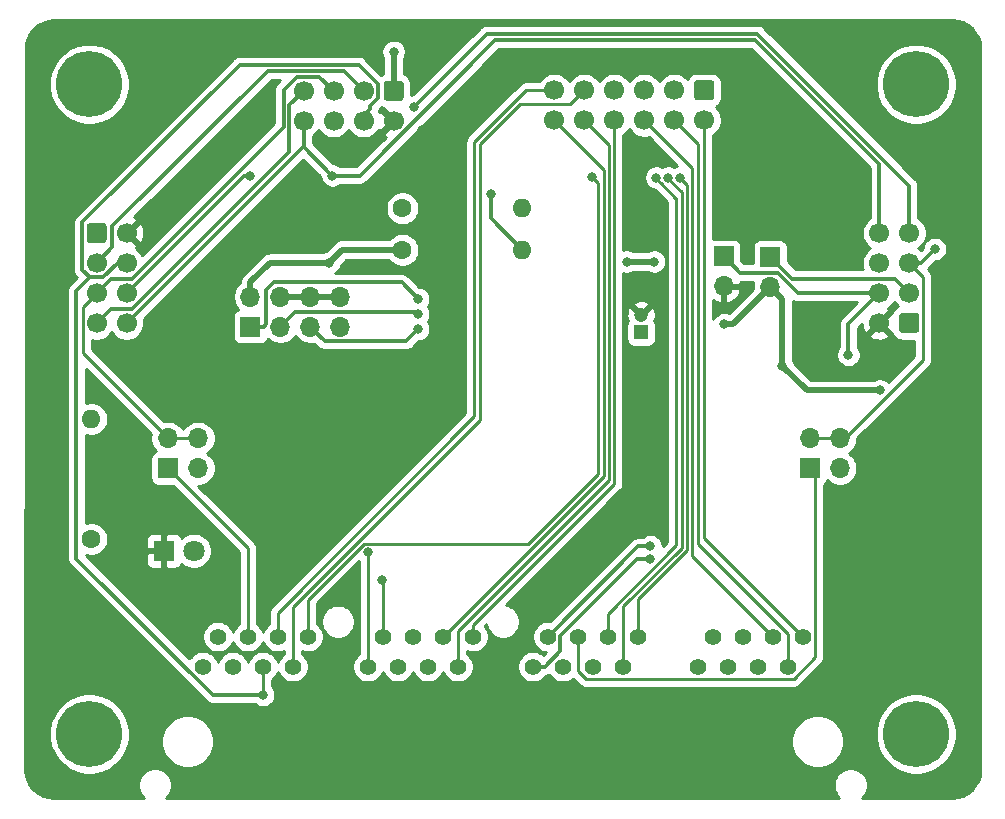
<source format=gbr>
%TF.GenerationSoftware,KiCad,Pcbnew,5.1.10*%
%TF.CreationDate,2021-11-19T19:09:23+01:00*%
%TF.ProjectId,SWITCH_INPUT_BOARD,53574954-4348-45f4-994e-5055545f424f,rev?*%
%TF.SameCoordinates,Original*%
%TF.FileFunction,Copper,L2,Bot*%
%TF.FilePolarity,Positive*%
%FSLAX46Y46*%
G04 Gerber Fmt 4.6, Leading zero omitted, Abs format (unit mm)*
G04 Created by KiCad (PCBNEW 5.1.10) date 2021-11-19 19:09:23*
%MOMM*%
%LPD*%
G01*
G04 APERTURE LIST*
%TA.AperFunction,ComponentPad*%
%ADD10C,1.397000*%
%TD*%
%TA.AperFunction,ComponentPad*%
%ADD11O,1.700000X1.700000*%
%TD*%
%TA.AperFunction,ComponentPad*%
%ADD12R,1.700000X1.700000*%
%TD*%
%TA.AperFunction,ComponentPad*%
%ADD13C,1.800000*%
%TD*%
%TA.AperFunction,ComponentPad*%
%ADD14R,1.800000X1.800000*%
%TD*%
%TA.AperFunction,ComponentPad*%
%ADD15R,1.200000X1.200000*%
%TD*%
%TA.AperFunction,ComponentPad*%
%ADD16C,1.200000*%
%TD*%
%TA.AperFunction,ComponentPad*%
%ADD17C,5.600000*%
%TD*%
%TA.AperFunction,ComponentPad*%
%ADD18C,1.700000*%
%TD*%
%TA.AperFunction,ComponentPad*%
%ADD19O,1.600000X1.600000*%
%TD*%
%TA.AperFunction,ComponentPad*%
%ADD20C,1.600000*%
%TD*%
%TA.AperFunction,ViaPad*%
%ADD21C,0.800000*%
%TD*%
%TA.AperFunction,Conductor*%
%ADD22C,0.250000*%
%TD*%
%TA.AperFunction,Conductor*%
%ADD23C,0.300000*%
%TD*%
%TA.AperFunction,Conductor*%
%ADD24C,0.500000*%
%TD*%
%TA.AperFunction,Conductor*%
%ADD25C,0.254000*%
%TD*%
%TA.AperFunction,Conductor*%
%ADD26C,0.100000*%
%TD*%
G04 APERTURE END LIST*
D10*
%TO.P,J1,D8*%
%TO.N,DAUX3*%
X158400000Y-111760000D03*
%TO.P,J1,D7*%
%TO.N,DAUX2*%
X157130000Y-114300000D03*
%TO.P,J1,D6*%
%TO.N,DAUX1*%
X155860000Y-111760000D03*
%TO.P,J1,D5*%
%TO.N,PUSH*%
X154590000Y-114300000D03*
%TO.P,J1,D4*%
%TO.N,DSW4*%
X153320000Y-111760000D03*
%TO.P,J1,D3*%
%TO.N,DSW3*%
X152050000Y-114300000D03*
%TO.P,J1,D2*%
%TO.N,DSW2*%
X150780000Y-111760000D03*
%TO.P,J1,D1*%
%TO.N,DSW1*%
X149510000Y-114300000D03*
%TO.P,J1,C8*%
%TO.N,CAUX3*%
X144430000Y-111760000D03*
%TO.P,J1,C7*%
%TO.N,CAUX2*%
X143160000Y-114300000D03*
%TO.P,J1,C6*%
%TO.N,CAUX1*%
X141890000Y-111760000D03*
%TO.P,J1,C5*%
%TO.N,PUSH*%
X140620000Y-114300000D03*
%TO.P,J1,C4*%
%TO.N,CSW4*%
X139350000Y-111760000D03*
%TO.P,J1,C3*%
%TO.N,CSW3*%
X138080000Y-114300000D03*
%TO.P,J1,C2*%
%TO.N,CSW2*%
X136810000Y-111760000D03*
%TO.P,J1,C1*%
%TO.N,CSW1*%
X135540000Y-114300000D03*
%TO.P,J1,B8*%
%TO.N,BAUX3*%
X130460000Y-111760000D03*
%TO.P,J1,B7*%
%TO.N,BAUX2*%
X129190000Y-114300000D03*
%TO.P,J1,B6*%
%TO.N,BAUX1*%
X127920000Y-111760000D03*
%TO.P,J1,B5*%
%TO.N,PUSH*%
X126650000Y-114300000D03*
%TO.P,J1,B4*%
%TO.N,BSW4*%
X125380000Y-111760000D03*
%TO.P,J1,B3*%
%TO.N,BSW3*%
X124110000Y-114300000D03*
%TO.P,J1,B2*%
%TO.N,BSW2*%
X122840000Y-111760000D03*
%TO.P,J1,B1*%
%TO.N,BSW1*%
X121570000Y-114300000D03*
%TO.P,J1,A8*%
%TO.N,AAUX3*%
X116490000Y-111760000D03*
%TO.P,J1,A7*%
%TO.N,AAUX2*%
X115220000Y-114300000D03*
%TO.P,J1,A6*%
%TO.N,AAUX1*%
X113950000Y-111760000D03*
%TO.P,J1,A5*%
%TO.N,PUSH*%
X112680000Y-114300000D03*
%TO.P,J1,A4*%
%TO.N,ASW4*%
X111410000Y-111760000D03*
%TO.P,J1,A3*%
%TO.N,ASW3*%
X110140000Y-114300000D03*
%TO.P,J1,A2*%
%TO.N,ASW2*%
X108870000Y-111760000D03*
%TO.P,J1,A1*%
%TO.N,ASW1*%
X107600000Y-114300000D03*
%TD*%
D11*
%TO.P,JP1,8*%
%TO.N,VCC*%
X119250000Y-82970000D03*
%TO.P,JP1,7*%
%TO.N,Net-(JP1-Pad7)*%
X119250000Y-85510000D03*
%TO.P,JP1,6*%
%TO.N,VCC*%
X116710000Y-82970000D03*
%TO.P,JP1,5*%
%TO.N,A2*%
X116710000Y-85510000D03*
%TO.P,JP1,4*%
%TO.N,VCC*%
X114170000Y-82970000D03*
%TO.P,JP1,3*%
%TO.N,A1*%
X114170000Y-85510000D03*
%TO.P,JP1,2*%
%TO.N,VCC*%
X111630000Y-82970000D03*
D12*
%TO.P,JP1,1*%
%TO.N,A0*%
X111630000Y-85510000D03*
%TD*%
D11*
%TO.P,JP3,4*%
%TO.N,TEST*%
X161540000Y-94960000D03*
%TO.P,JP3,3*%
%TO.N,DSW4*%
X161540000Y-97500000D03*
%TO.P,JP3,2*%
%TO.N,TEST*%
X159000000Y-94960000D03*
D12*
%TO.P,JP3,1*%
%TO.N,CSW4*%
X159000000Y-97500000D03*
%TD*%
D11*
%TO.P,JP2,4*%
%TO.N,TEST*%
X107190000Y-94960000D03*
%TO.P,JP2,3*%
%TO.N,BSW4*%
X107190000Y-97500000D03*
%TO.P,JP2,2*%
%TO.N,TEST*%
X104650000Y-94960000D03*
D12*
%TO.P,JP2,1*%
%TO.N,ASW4*%
X104650000Y-97500000D03*
%TD*%
D13*
%TO.P,D1\u002A,2*%
%TO.N,Net-(D1-Pad2)*%
X106840000Y-104500000D03*
D14*
%TO.P,D1\u002A,1*%
%TO.N,GND*%
X104300000Y-104500000D03*
%TD*%
D15*
%TO.P,C1,1*%
%TO.N,VCC*%
X144700000Y-86000000D03*
D16*
%TO.P,C1,2*%
%TO.N,GND*%
X144700000Y-84500000D03*
%TD*%
D17*
%TO.P,REF\u002A\u002A,1*%
%TO.N,N/C*%
X168000000Y-65000000D03*
%TD*%
%TO.P,REF\u002A\u002A,1*%
%TO.N,N/C*%
X98000000Y-65000000D03*
%TD*%
%TO.P,REF\u002A\u002A,1*%
%TO.N,N/C*%
X98000000Y-120000000D03*
%TD*%
%TO.P,REF\u002A\u002A,1*%
%TO.N,N/C*%
X168000000Y-120000000D03*
%TD*%
D18*
%TO.P,J2,8*%
%TO.N,SCL*%
X116130000Y-68090000D03*
%TO.P,J2,6*%
%TO.N,RESET*%
X118670000Y-68090000D03*
%TO.P,J2,4*%
%TO.N,PUSH*%
X121210000Y-68090000D03*
%TO.P,J2,2*%
%TO.N,GND*%
X123750000Y-68090000D03*
%TO.P,J2,7*%
%TO.N,SDA*%
X116130000Y-65550000D03*
%TO.P,J2,5*%
%TO.N,TEST*%
X118670000Y-65550000D03*
%TO.P,J2,3*%
%TO.N,PULL*%
X121210000Y-65550000D03*
%TO.P,J2,1*%
%TO.N,VCC*%
%TA.AperFunction,ComponentPad*%
G36*
G01*
X123150000Y-64700000D02*
X124350000Y-64700000D01*
G75*
G02*
X124600000Y-64950000I0J-250000D01*
G01*
X124600000Y-66150000D01*
G75*
G02*
X124350000Y-66400000I-250000J0D01*
G01*
X123150000Y-66400000D01*
G75*
G02*
X122900000Y-66150000I0J250000D01*
G01*
X122900000Y-64950000D01*
G75*
G02*
X123150000Y-64700000I250000J0D01*
G01*
G37*
%TD.AperFunction*%
%TD*%
%TO.P,J3,1*%
%TO.N,VCC*%
%TA.AperFunction,ComponentPad*%
G36*
G01*
X97750000Y-78200000D02*
X97750000Y-77000000D01*
G75*
G02*
X98000000Y-76750000I250000J0D01*
G01*
X99200000Y-76750000D01*
G75*
G02*
X99450000Y-77000000I0J-250000D01*
G01*
X99450000Y-78200000D01*
G75*
G02*
X99200000Y-78450000I-250000J0D01*
G01*
X98000000Y-78450000D01*
G75*
G02*
X97750000Y-78200000I0J250000D01*
G01*
G37*
%TD.AperFunction*%
%TO.P,J3,3*%
%TO.N,PULL*%
X98600000Y-80140000D03*
%TO.P,J3,5*%
%TO.N,TEST*%
X98600000Y-82680000D03*
%TO.P,J3,7*%
%TO.N,SDA*%
X98600000Y-85220000D03*
%TO.P,J3,2*%
%TO.N,GND*%
X101140000Y-77600000D03*
%TO.P,J3,4*%
%TO.N,PUSH*%
X101140000Y-80140000D03*
%TO.P,J3,6*%
%TO.N,RESET*%
X101140000Y-82680000D03*
%TO.P,J3,8*%
%TO.N,SCL*%
X101140000Y-85220000D03*
%TD*%
%TO.P,J4,8*%
%TO.N,SCL*%
X164860000Y-77580000D03*
%TO.P,J4,6*%
%TO.N,RESET*%
X164860000Y-80120000D03*
%TO.P,J4,4*%
%TO.N,PUSH*%
X164860000Y-82660000D03*
%TO.P,J4,2*%
%TO.N,GND*%
X164860000Y-85200000D03*
%TO.P,J4,7*%
%TO.N,SDA*%
X167400000Y-77580000D03*
%TO.P,J4,5*%
%TO.N,TEST*%
X167400000Y-80120000D03*
%TO.P,J4,3*%
%TO.N,PULL*%
X167400000Y-82660000D03*
%TO.P,J4,1*%
%TO.N,VCC*%
%TA.AperFunction,ComponentPad*%
G36*
G01*
X168250000Y-84600000D02*
X168250000Y-85800000D01*
G75*
G02*
X168000000Y-86050000I-250000J0D01*
G01*
X166800000Y-86050000D01*
G75*
G02*
X166550000Y-85800000I0J250000D01*
G01*
X166550000Y-84600000D01*
G75*
G02*
X166800000Y-84350000I250000J0D01*
G01*
X168000000Y-84350000D01*
G75*
G02*
X168250000Y-84600000I0J-250000D01*
G01*
G37*
%TD.AperFunction*%
%TD*%
%TO.P,J5,12*%
%TO.N,BAUX1*%
X137350000Y-68040000D03*
%TO.P,J5,10*%
%TO.N,BAUX2*%
X139890000Y-68040000D03*
%TO.P,J5,8*%
%TO.N,BAUX3*%
X142430000Y-68040000D03*
%TO.P,J5,6*%
%TO.N,DAUX1*%
X144970000Y-68040000D03*
%TO.P,J5,4*%
%TO.N,DAUX2*%
X147510000Y-68040000D03*
%TO.P,J5,2*%
%TO.N,DAUX3*%
X150050000Y-68040000D03*
%TO.P,J5,11*%
%TO.N,AAUX1*%
X137350000Y-65500000D03*
%TO.P,J5,9*%
%TO.N,AAUX2*%
X139890000Y-65500000D03*
%TO.P,J5,7*%
%TO.N,AAUX3*%
X142430000Y-65500000D03*
%TO.P,J5,5*%
%TO.N,CAUX1*%
X144970000Y-65500000D03*
%TO.P,J5,3*%
%TO.N,CAUX2*%
X147510000Y-65500000D03*
%TO.P,J5,1*%
%TO.N,CAUX3*%
%TA.AperFunction,ComponentPad*%
G36*
G01*
X149450000Y-64650000D02*
X150650000Y-64650000D01*
G75*
G02*
X150900000Y-64900000I0J-250000D01*
G01*
X150900000Y-66100000D01*
G75*
G02*
X150650000Y-66350000I-250000J0D01*
G01*
X149450000Y-66350000D01*
G75*
G02*
X149200000Y-66100000I0J250000D01*
G01*
X149200000Y-64900000D01*
G75*
G02*
X149450000Y-64650000I250000J0D01*
G01*
G37*
%TD.AperFunction*%
%TD*%
D12*
%TO.P,JP4,1*%
%TO.N,PULL*%
X155635001Y-79605001D03*
D11*
%TO.P,JP4,2*%
%TO.N,VCC*%
X155635001Y-82145001D03*
%TD*%
D12*
%TO.P,JP5,1*%
%TO.N,PUSH*%
X151700000Y-79550000D03*
D11*
%TO.P,JP5,2*%
%TO.N,GND*%
X151700000Y-82090000D03*
%TD*%
D19*
%TO.P,R1,2*%
%TO.N,SDA*%
X134660000Y-75500000D03*
D20*
%TO.P,R1,1*%
%TO.N,VCC*%
X124500000Y-75500000D03*
%TD*%
%TO.P,R2,1*%
%TO.N,VCC*%
X124500000Y-79000000D03*
D19*
%TO.P,R2,2*%
%TO.N,SCL*%
X134660000Y-79000000D03*
%TD*%
%TO.P,R3,2*%
%TO.N,VCC*%
X98150000Y-93340000D03*
D20*
%TO.P,R3,1*%
%TO.N,Net-(D1-Pad2)*%
X98150000Y-103500000D03*
%TD*%
D21*
%TO.N,PUSH*%
X112700000Y-116680000D03*
X162250000Y-87910000D03*
%TO.N,AAUX3*%
X140540000Y-72850000D03*
%TO.N,BSW1*%
X121600000Y-104600000D03*
%TO.N,BSW2*%
X122800000Y-107000000D03*
%TO.N,CSW1*%
X145500000Y-105200000D03*
%TO.N,CSW2*%
X145500000Y-104100000D03*
%TO.N,CAUX1*%
X145990000Y-72890000D03*
%TO.N,CAUX2*%
X147000000Y-72900000D03*
%TO.N,CAUX3*%
X148000000Y-72900000D03*
%TO.N,VCC*%
X156650000Y-88820000D03*
X164920000Y-90920000D03*
X143490000Y-80010000D03*
X145820000Y-80000000D03*
X123760000Y-62250000D03*
X151750000Y-85310000D03*
X118270000Y-80110000D03*
%TO.N,TEST*%
X169570000Y-78940000D03*
%TO.N,SDA*%
X125490001Y-66889999D03*
%TO.N,GND*%
X111810000Y-76360000D03*
X104180000Y-108140000D03*
X129650000Y-68940000D03*
X126190000Y-68870000D03*
X143880000Y-88250000D03*
X105890000Y-90390000D03*
X105310000Y-74630000D03*
X170540000Y-87880000D03*
%TO.N,RESET*%
X111570000Y-72730000D03*
%TO.N,SCL*%
X132000000Y-74300000D03*
X118560000Y-72720000D03*
%TO.N,A0*%
X125830000Y-83170000D03*
%TO.N,A1*%
X125830000Y-84445000D03*
%TO.N,A2*%
X125830000Y-85720000D03*
%TD*%
D22*
%TO.N,ASW4*%
X111410000Y-104260000D02*
X111410000Y-111760000D01*
X104650000Y-97500000D02*
X111410000Y-104260000D01*
D23*
%TO.N,PUSH*%
X121210000Y-67660000D02*
X121210000Y-68090000D01*
X121770000Y-66800000D02*
X121770000Y-67100000D01*
X122410001Y-64973999D02*
X122410001Y-66159999D01*
X120785981Y-63349979D02*
X122410001Y-64973999D01*
X121770000Y-67100000D02*
X121210000Y-67660000D01*
X97399999Y-76690001D02*
X110740021Y-63349979D01*
X97399999Y-80716001D02*
X97399999Y-76690001D01*
X110740021Y-63349979D02*
X120785981Y-63349979D01*
X98023999Y-81340001D02*
X97399999Y-80716001D01*
X122410001Y-66159999D02*
X121770000Y-66800000D01*
X99176001Y-81340001D02*
X98023999Y-81340001D01*
X100376002Y-80140000D02*
X99176001Y-81340001D01*
X101140000Y-80140000D02*
X100376002Y-80140000D01*
X153095000Y-80945000D02*
X156267880Y-80945000D01*
X157982880Y-82660000D02*
X164860000Y-82660000D01*
X156267880Y-80945000D02*
X157982880Y-82660000D01*
X151700000Y-79550000D02*
X153095000Y-80945000D01*
X162250000Y-85270000D02*
X164860000Y-82660000D01*
X162250000Y-87910000D02*
X162250000Y-85270000D01*
D22*
X112680000Y-116660000D02*
X112700000Y-116680000D01*
X112680000Y-114300000D02*
X112680000Y-116660000D01*
D23*
X96899989Y-82464011D02*
X98023999Y-81340001D01*
X96899989Y-105151771D02*
X96899989Y-82464011D01*
X108428218Y-116680000D02*
X96899989Y-105151771D01*
X112700000Y-116680000D02*
X108428218Y-116680000D01*
D22*
%TO.N,AAUX1*%
X113950000Y-111760000D02*
X113950000Y-109752079D01*
X134974588Y-65500000D02*
X137350000Y-65500000D01*
X130589991Y-69884597D02*
X134974588Y-65500000D01*
X130589990Y-93112089D02*
X130589991Y-69884597D01*
X113950000Y-109752079D02*
X130589990Y-93112089D01*
%TO.N,AAUX2*%
X115220000Y-114300000D02*
X115464782Y-114300000D01*
X115220000Y-109270588D02*
X131040000Y-93450588D01*
X115220000Y-114300000D02*
X115220000Y-109270588D01*
X138714999Y-66675001D02*
X139890000Y-65500000D01*
X134435997Y-66675001D02*
X138714999Y-66675001D01*
X131040000Y-70070998D02*
X134435997Y-66675001D01*
X131040000Y-93450588D02*
X131040000Y-70070998D01*
%TO.N,AAUX3*%
X121251999Y-103874999D02*
X135168591Y-103874999D01*
X116490000Y-108636998D02*
X121251999Y-103874999D01*
X116490000Y-111760000D02*
X116490000Y-108636998D01*
X135168591Y-103874999D02*
X141079970Y-97963620D01*
X141079970Y-73389970D02*
X140540000Y-72850000D01*
X141079970Y-97963620D02*
X141079970Y-73389970D01*
%TO.N,BSW1*%
X121570000Y-104630000D02*
X121600000Y-104600000D01*
X121570000Y-114300000D02*
X121570000Y-104630000D01*
%TO.N,BSW2*%
X122840000Y-107040000D02*
X122800000Y-107000000D01*
X122840000Y-111760000D02*
X122840000Y-107040000D01*
%TO.N,BAUX1*%
X127920000Y-111760000D02*
X141529980Y-98150020D01*
X141529980Y-72219980D02*
X137350000Y-68040000D01*
X141529980Y-98150020D02*
X141529980Y-72219980D01*
%TO.N,BAUX2*%
X129190000Y-114300000D02*
X129190000Y-111269990D01*
X129190000Y-111269990D02*
X141979990Y-98480000D01*
X141979990Y-70129990D02*
X139890000Y-68040000D01*
X141979990Y-98480000D02*
X141979990Y-70129990D01*
%TO.N,BAUX3*%
X142430000Y-98802172D02*
X142430000Y-68040000D01*
X130460000Y-110772172D02*
X142430000Y-98802172D01*
X130460000Y-111760000D02*
X130460000Y-110772172D01*
D23*
%TO.N,CSW1*%
X136527828Y-114300000D02*
X135540000Y-114300000D01*
X137858501Y-111699717D02*
X137858501Y-112969327D01*
X137858501Y-112969327D02*
X136527828Y-114300000D01*
X144358218Y-105200000D02*
X137858501Y-111699717D01*
X145500000Y-105200000D02*
X144358218Y-105200000D01*
%TO.N,CSW2*%
X144470000Y-104100000D02*
X136810000Y-111760000D01*
X145500000Y-104100000D02*
X144470000Y-104100000D01*
D22*
%TO.N,CSW4*%
X139350000Y-114650000D02*
X139350000Y-111760000D01*
X140023501Y-115323501D02*
X139350000Y-114650000D01*
X157621281Y-115323501D02*
X140023501Y-115323501D01*
X159423501Y-113521281D02*
X157621281Y-115323501D01*
X159423501Y-97923501D02*
X159423501Y-113521281D01*
X159000000Y-97500000D02*
X159423501Y-97923501D01*
%TO.N,CAUX1*%
X141890000Y-109837180D02*
X147699960Y-104027220D01*
X141890000Y-111760000D02*
X141890000Y-109837180D01*
X147699960Y-104027220D02*
X147699960Y-74655000D01*
X146000000Y-72973002D02*
X146000000Y-72900000D01*
X146400000Y-73373002D02*
X146000000Y-72973002D01*
X147699960Y-74669960D02*
X146400000Y-73370000D01*
%TO.N,CAUX2*%
X143160000Y-109203590D02*
X148149970Y-104213620D01*
X143160000Y-114300000D02*
X143160000Y-109203590D01*
X147000000Y-72973002D02*
X147000000Y-72900000D01*
X148149970Y-74122972D02*
X147000000Y-72973002D01*
X148149970Y-104213620D02*
X148149970Y-74122972D01*
%TO.N,CAUX3*%
X144430000Y-108570000D02*
X148599980Y-104400020D01*
X144430000Y-111760000D02*
X144430000Y-108570000D01*
X148599980Y-73499980D02*
X148000000Y-72900000D01*
X148599980Y-104400020D02*
X148599980Y-73499980D01*
%TO.N,DAUX1*%
X155860000Y-111760000D02*
X149049990Y-104949990D01*
X149049990Y-72119990D02*
X144970000Y-68040000D01*
X149049990Y-104949990D02*
X149049990Y-72119990D01*
%TO.N,DAUX2*%
X157130000Y-111515218D02*
X149500000Y-103885218D01*
X157130000Y-114300000D02*
X157130000Y-111515218D01*
X149500000Y-70030000D02*
X147510000Y-68040000D01*
X149500000Y-103885218D02*
X149500000Y-70030000D01*
%TO.N,DAUX3*%
X150050000Y-103410000D02*
X150050000Y-68040000D01*
X158400000Y-111760000D02*
X150050000Y-103410000D01*
D24*
%TO.N,VCC*%
X156650000Y-83160000D02*
X155635001Y-82145001D01*
X156650000Y-88820000D02*
X156650000Y-83160000D01*
X158750000Y-90920000D02*
X156650000Y-88820000D01*
X164920000Y-90920000D02*
X158750000Y-90920000D01*
X145810000Y-80010000D02*
X145820000Y-80000000D01*
X143490000Y-80010000D02*
X145810000Y-80010000D01*
X123750000Y-62260000D02*
X123760000Y-62250000D01*
X123750000Y-65550000D02*
X123750000Y-62260000D01*
X152470002Y-85310000D02*
X155635001Y-82145001D01*
X151750000Y-85310000D02*
X152470002Y-85310000D01*
X119250000Y-82970000D02*
X116710000Y-82970000D01*
X116710000Y-82970000D02*
X114170000Y-82970000D01*
X119380000Y-79000000D02*
X118270000Y-80110000D01*
X124500000Y-79000000D02*
X119380000Y-79000000D01*
X113287919Y-80110000D02*
X118270000Y-80110000D01*
X111630000Y-81767919D02*
X113287919Y-80110000D01*
X111630000Y-82970000D02*
X111630000Y-81767919D01*
D23*
%TO.N,PULL*%
X99939999Y-78800001D02*
X99939999Y-77023999D01*
X98600000Y-80140000D02*
X99939999Y-78800001D01*
X166199999Y-81459999D02*
X167400000Y-82660000D01*
X157489999Y-81459999D02*
X166199999Y-81459999D01*
X155635001Y-79605001D02*
X157489999Y-81459999D01*
X119509989Y-63849989D02*
X121210000Y-65550000D01*
X113114009Y-63849989D02*
X119509989Y-63849989D01*
X99939999Y-77023999D02*
X113114009Y-63849989D01*
%TO.N,TEST*%
X115553999Y-64349999D02*
X117469999Y-64349999D01*
X114429989Y-65474009D02*
X115553999Y-64349999D01*
X114429989Y-68626013D02*
X114429989Y-65474009D01*
X101576003Y-81479999D02*
X114429989Y-68626013D01*
X99800001Y-81479999D02*
X101576003Y-81479999D01*
X117469999Y-64349999D02*
X118670000Y-65550000D01*
X98600000Y-82680000D02*
X99800001Y-81479999D01*
X168390000Y-80120000D02*
X169570000Y-78940000D01*
X167400000Y-80120000D02*
X168390000Y-80120000D01*
D22*
X161953002Y-94960000D02*
X159000000Y-94960000D01*
X168575001Y-88338001D02*
X161953002Y-94960000D01*
X168575001Y-81295001D02*
X168575001Y-88338001D01*
X167400000Y-80120000D02*
X168575001Y-81295001D01*
X97424999Y-87734999D02*
X104650000Y-94960000D01*
X97424999Y-83855001D02*
X97424999Y-87734999D01*
X98600000Y-82680000D02*
X97424999Y-83855001D01*
X104650000Y-94960000D02*
X107190000Y-94960000D01*
D23*
%TO.N,SDA*%
X99800001Y-84019999D02*
X101632881Y-84019999D01*
X98600000Y-85220000D02*
X99800001Y-84019999D01*
X114929999Y-70722881D02*
X114929999Y-66750001D01*
X114929999Y-66750001D02*
X116130000Y-65550000D01*
X101632881Y-84019999D02*
X114929999Y-70722881D01*
X167400000Y-73592880D02*
X154547110Y-60739990D01*
X167400000Y-77580000D02*
X167400000Y-73592880D01*
X132168892Y-60739990D02*
X132168890Y-60739992D01*
X154547110Y-60739990D02*
X132168892Y-60739990D01*
X131640010Y-60739990D02*
X132168892Y-60739990D01*
X125490001Y-66889999D02*
X131640010Y-60739990D01*
D22*
%TO.N,GND*%
X129580000Y-68870000D02*
X129650000Y-68940000D01*
X126190000Y-68870000D02*
X129580000Y-68870000D01*
D24*
X104300000Y-108020000D02*
X104180000Y-108140000D01*
X104300000Y-104500000D02*
X104300000Y-108020000D01*
D23*
%TO.N,RESET*%
X111090000Y-72730000D02*
X111570000Y-72730000D01*
X101140000Y-82680000D02*
X111090000Y-72730000D01*
%TO.N,SCL*%
X116130000Y-70230000D02*
X116130000Y-68090000D01*
X101140000Y-85220000D02*
X116130000Y-70230000D01*
X116130000Y-70290000D02*
X118560000Y-72720000D01*
X116130000Y-68090000D02*
X116130000Y-70290000D01*
X164860000Y-77580000D02*
X164860000Y-71760000D01*
X164860000Y-71760000D02*
X154340000Y-61240000D01*
X132376002Y-61240000D02*
X120896002Y-72720000D01*
X120896002Y-72720000D02*
X118560000Y-72720000D01*
X154340000Y-61240000D02*
X132376002Y-61240000D01*
X132000000Y-76340000D02*
X134660000Y-79000000D01*
X132000000Y-74300000D02*
X132000000Y-76340000D01*
%TO.N,A0*%
X124429999Y-81769999D02*
X125830000Y-83170000D01*
X113593999Y-81769999D02*
X124429999Y-81769999D01*
X112969999Y-82393999D02*
X113593999Y-81769999D01*
X112969999Y-85320001D02*
X112969999Y-82393999D01*
X112780000Y-85510000D02*
X112969999Y-85320001D01*
X111630000Y-85510000D02*
X112780000Y-85510000D01*
%TO.N,A1*%
X125825001Y-84449999D02*
X125830000Y-84445000D01*
%TO.N,A2*%
X125760000Y-85650000D02*
X125830000Y-85720000D01*
%TO.N,A1*%
X125694999Y-84309999D02*
X125830000Y-84445000D01*
X115370001Y-84309999D02*
X125694999Y-84309999D01*
X114170000Y-85510000D02*
X115370001Y-84309999D01*
%TO.N,A2*%
X124839999Y-86710001D02*
X125830000Y-85720000D01*
X117910001Y-86710001D02*
X124839999Y-86710001D01*
X116710000Y-85510000D02*
X117910001Y-86710001D01*
%TD*%
D25*
%TO.N,GND*%
X171524100Y-59626624D02*
X171960903Y-59758502D01*
X172363779Y-59972715D01*
X172717366Y-60261095D01*
X173008206Y-60612660D01*
X173225225Y-61014028D01*
X173360151Y-61449904D01*
X173411066Y-61934332D01*
X173410150Y-123037712D01*
X173362477Y-123523920D01*
X173230650Y-123960555D01*
X173016524Y-124363268D01*
X172728254Y-124716721D01*
X172376826Y-125007447D01*
X171975618Y-125224379D01*
X171539916Y-125359252D01*
X171055646Y-125410151D01*
X163389995Y-125411143D01*
X163553315Y-125247823D01*
X163710369Y-125012775D01*
X163818550Y-124751603D01*
X163873700Y-124474345D01*
X163873700Y-124191655D01*
X163818550Y-123914397D01*
X163710369Y-123653225D01*
X163553315Y-123418177D01*
X163353423Y-123218285D01*
X163118375Y-123061231D01*
X162857203Y-122953050D01*
X162579945Y-122897900D01*
X162297255Y-122897900D01*
X162019997Y-122953050D01*
X161758825Y-123061231D01*
X161523777Y-123218285D01*
X161323885Y-123418177D01*
X161166831Y-123653225D01*
X161058650Y-123914397D01*
X161003500Y-124191655D01*
X161003500Y-124474345D01*
X161058650Y-124751603D01*
X161166831Y-125012775D01*
X161323885Y-125247823D01*
X161487451Y-125411389D01*
X104505177Y-125418761D01*
X104676115Y-125247823D01*
X104833169Y-125012775D01*
X104941350Y-124751603D01*
X104996500Y-124474345D01*
X104996500Y-124191655D01*
X104941350Y-123914397D01*
X104833169Y-123653225D01*
X104676115Y-123418177D01*
X104476223Y-123218285D01*
X104241175Y-123061231D01*
X103980003Y-122953050D01*
X103702745Y-122897900D01*
X103420055Y-122897900D01*
X103142797Y-122953050D01*
X102881625Y-123061231D01*
X102646577Y-123218285D01*
X102446685Y-123418177D01*
X102289631Y-123653225D01*
X102181450Y-123914397D01*
X102126300Y-124191655D01*
X102126300Y-124474345D01*
X102181450Y-124751603D01*
X102289631Y-125012775D01*
X102446685Y-125247823D01*
X102617867Y-125419005D01*
X94952245Y-125419997D01*
X94466106Y-125372330D01*
X94029503Y-125240512D01*
X93626814Y-125026399D01*
X93273387Y-124738150D01*
X92982673Y-124386739D01*
X92765760Y-123985564D01*
X92630894Y-123549886D01*
X92580002Y-123065680D01*
X92580557Y-119661682D01*
X94565000Y-119661682D01*
X94565000Y-120338318D01*
X94697006Y-121001952D01*
X94955943Y-121627082D01*
X95331862Y-122189685D01*
X95810315Y-122668138D01*
X96372918Y-123044057D01*
X96998048Y-123302994D01*
X97661682Y-123435000D01*
X98338318Y-123435000D01*
X99001952Y-123302994D01*
X99627082Y-123044057D01*
X100189685Y-122668138D01*
X100668138Y-122189685D01*
X101044057Y-121627082D01*
X101302994Y-121001952D01*
X101416792Y-120429852D01*
X104094800Y-120429852D01*
X104094800Y-120870148D01*
X104180698Y-121301984D01*
X104349192Y-121708764D01*
X104593807Y-122074857D01*
X104905143Y-122386193D01*
X105271236Y-122630808D01*
X105678016Y-122799302D01*
X106109852Y-122885200D01*
X106550148Y-122885200D01*
X106981984Y-122799302D01*
X107388764Y-122630808D01*
X107754857Y-122386193D01*
X108066193Y-122074857D01*
X108310808Y-121708764D01*
X108479302Y-121301984D01*
X108565200Y-120870148D01*
X108565200Y-120429852D01*
X157434800Y-120429852D01*
X157434800Y-120870148D01*
X157520698Y-121301984D01*
X157689192Y-121708764D01*
X157933807Y-122074857D01*
X158245143Y-122386193D01*
X158611236Y-122630808D01*
X159018016Y-122799302D01*
X159449852Y-122885200D01*
X159890148Y-122885200D01*
X160321984Y-122799302D01*
X160728764Y-122630808D01*
X161094857Y-122386193D01*
X161406193Y-122074857D01*
X161650808Y-121708764D01*
X161819302Y-121301984D01*
X161905200Y-120870148D01*
X161905200Y-120429852D01*
X161819302Y-119998016D01*
X161679988Y-119661682D01*
X164565000Y-119661682D01*
X164565000Y-120338318D01*
X164697006Y-121001952D01*
X164955943Y-121627082D01*
X165331862Y-122189685D01*
X165810315Y-122668138D01*
X166372918Y-123044057D01*
X166998048Y-123302994D01*
X167661682Y-123435000D01*
X168338318Y-123435000D01*
X169001952Y-123302994D01*
X169627082Y-123044057D01*
X170189685Y-122668138D01*
X170668138Y-122189685D01*
X171044057Y-121627082D01*
X171302994Y-121001952D01*
X171435000Y-120338318D01*
X171435000Y-119661682D01*
X171302994Y-118998048D01*
X171044057Y-118372918D01*
X170668138Y-117810315D01*
X170189685Y-117331862D01*
X169627082Y-116955943D01*
X169001952Y-116697006D01*
X168338318Y-116565000D01*
X167661682Y-116565000D01*
X166998048Y-116697006D01*
X166372918Y-116955943D01*
X165810315Y-117331862D01*
X165331862Y-117810315D01*
X164955943Y-118372918D01*
X164697006Y-118998048D01*
X164565000Y-119661682D01*
X161679988Y-119661682D01*
X161650808Y-119591236D01*
X161406193Y-119225143D01*
X161094857Y-118913807D01*
X160728764Y-118669192D01*
X160321984Y-118500698D01*
X159890148Y-118414800D01*
X159449852Y-118414800D01*
X159018016Y-118500698D01*
X158611236Y-118669192D01*
X158245143Y-118913807D01*
X157933807Y-119225143D01*
X157689192Y-119591236D01*
X157520698Y-119998016D01*
X157434800Y-120429852D01*
X108565200Y-120429852D01*
X108479302Y-119998016D01*
X108310808Y-119591236D01*
X108066193Y-119225143D01*
X107754857Y-118913807D01*
X107388764Y-118669192D01*
X106981984Y-118500698D01*
X106550148Y-118414800D01*
X106109852Y-118414800D01*
X105678016Y-118500698D01*
X105271236Y-118669192D01*
X104905143Y-118913807D01*
X104593807Y-119225143D01*
X104349192Y-119591236D01*
X104180698Y-119998016D01*
X104094800Y-120429852D01*
X101416792Y-120429852D01*
X101435000Y-120338318D01*
X101435000Y-119661682D01*
X101302994Y-118998048D01*
X101044057Y-118372918D01*
X100668138Y-117810315D01*
X100189685Y-117331862D01*
X99627082Y-116955943D01*
X99001952Y-116697006D01*
X98338318Y-116565000D01*
X97661682Y-116565000D01*
X96998048Y-116697006D01*
X96372918Y-116955943D01*
X95810315Y-117331862D01*
X95331862Y-117810315D01*
X94955943Y-118372918D01*
X94697006Y-118998048D01*
X94565000Y-119661682D01*
X92580557Y-119661682D01*
X92586630Y-82464011D01*
X96111192Y-82464011D01*
X96114990Y-82502574D01*
X96114989Y-105113218D01*
X96111192Y-105151771D01*
X96114989Y-105190324D01*
X96114989Y-105190331D01*
X96126348Y-105305657D01*
X96171235Y-105453630D01*
X96244127Y-105590003D01*
X96342225Y-105709535D01*
X96372179Y-105734118D01*
X107845871Y-117207810D01*
X107870454Y-117237764D01*
X107989985Y-117335862D01*
X108126358Y-117408754D01*
X108274331Y-117453642D01*
X108349244Y-117461020D01*
X108389657Y-117465000D01*
X108389662Y-117465000D01*
X108428218Y-117468797D01*
X108466774Y-117465000D01*
X112021289Y-117465000D01*
X112040226Y-117483937D01*
X112209744Y-117597205D01*
X112398102Y-117675226D01*
X112598061Y-117715000D01*
X112801939Y-117715000D01*
X113001898Y-117675226D01*
X113190256Y-117597205D01*
X113359774Y-117483937D01*
X113503937Y-117339774D01*
X113617205Y-117170256D01*
X113695226Y-116981898D01*
X113735000Y-116781939D01*
X113735000Y-116578061D01*
X113695226Y-116378102D01*
X113617205Y-116189744D01*
X113503937Y-116020226D01*
X113440000Y-115956289D01*
X113440000Y-115395971D01*
X113530057Y-115335797D01*
X113715797Y-115150057D01*
X113861732Y-114931649D01*
X113950000Y-114718552D01*
X114038268Y-114931649D01*
X114184203Y-115150057D01*
X114369943Y-115335797D01*
X114588351Y-115481732D01*
X114831032Y-115582254D01*
X115088662Y-115633500D01*
X115351338Y-115633500D01*
X115608968Y-115582254D01*
X115851649Y-115481732D01*
X116070057Y-115335797D01*
X116255797Y-115150057D01*
X116401732Y-114931649D01*
X116502254Y-114688968D01*
X116553500Y-114431338D01*
X116553500Y-114168662D01*
X116502254Y-113911032D01*
X116401732Y-113668351D01*
X116255797Y-113449943D01*
X116070057Y-113264203D01*
X115980000Y-113204029D01*
X115980000Y-112992121D01*
X116101032Y-113042254D01*
X116358662Y-113093500D01*
X116621338Y-113093500D01*
X116878968Y-113042254D01*
X117121649Y-112941732D01*
X117340057Y-112795797D01*
X117525797Y-112610057D01*
X117671732Y-112391649D01*
X117772254Y-112148968D01*
X117823500Y-111891338D01*
X117823500Y-111628662D01*
X117772254Y-111371032D01*
X117671732Y-111128351D01*
X117525797Y-110909943D01*
X117340057Y-110724203D01*
X117250000Y-110664029D01*
X117250000Y-110348655D01*
X117594900Y-110348655D01*
X117594900Y-110631345D01*
X117650050Y-110908603D01*
X117758231Y-111169775D01*
X117915285Y-111404823D01*
X118115177Y-111604715D01*
X118350225Y-111761769D01*
X118611397Y-111869950D01*
X118888655Y-111925100D01*
X119171345Y-111925100D01*
X119448603Y-111869950D01*
X119709775Y-111761769D01*
X119944823Y-111604715D01*
X120144715Y-111404823D01*
X120301769Y-111169775D01*
X120409950Y-110908603D01*
X120465100Y-110631345D01*
X120465100Y-110348655D01*
X120409950Y-110071397D01*
X120301769Y-109810225D01*
X120144715Y-109575177D01*
X119944823Y-109375285D01*
X119709775Y-109218231D01*
X119448603Y-109110050D01*
X119171345Y-109054900D01*
X118888655Y-109054900D01*
X118611397Y-109110050D01*
X118350225Y-109218231D01*
X118115177Y-109375285D01*
X117915285Y-109575177D01*
X117758231Y-109810225D01*
X117650050Y-110071397D01*
X117594900Y-110348655D01*
X117250000Y-110348655D01*
X117250000Y-108951799D01*
X120810001Y-105391799D01*
X120810000Y-113204029D01*
X120719943Y-113264203D01*
X120534203Y-113449943D01*
X120388268Y-113668351D01*
X120287746Y-113911032D01*
X120236500Y-114168662D01*
X120236500Y-114431338D01*
X120287746Y-114688968D01*
X120388268Y-114931649D01*
X120534203Y-115150057D01*
X120719943Y-115335797D01*
X120938351Y-115481732D01*
X121181032Y-115582254D01*
X121438662Y-115633500D01*
X121701338Y-115633500D01*
X121958968Y-115582254D01*
X122201649Y-115481732D01*
X122420057Y-115335797D01*
X122605797Y-115150057D01*
X122751732Y-114931649D01*
X122840000Y-114718552D01*
X122928268Y-114931649D01*
X123074203Y-115150057D01*
X123259943Y-115335797D01*
X123478351Y-115481732D01*
X123721032Y-115582254D01*
X123978662Y-115633500D01*
X124241338Y-115633500D01*
X124498968Y-115582254D01*
X124741649Y-115481732D01*
X124960057Y-115335797D01*
X125145797Y-115150057D01*
X125291732Y-114931649D01*
X125380000Y-114718552D01*
X125468268Y-114931649D01*
X125614203Y-115150057D01*
X125799943Y-115335797D01*
X126018351Y-115481732D01*
X126261032Y-115582254D01*
X126518662Y-115633500D01*
X126781338Y-115633500D01*
X127038968Y-115582254D01*
X127281649Y-115481732D01*
X127500057Y-115335797D01*
X127685797Y-115150057D01*
X127831732Y-114931649D01*
X127920000Y-114718552D01*
X128008268Y-114931649D01*
X128154203Y-115150057D01*
X128339943Y-115335797D01*
X128558351Y-115481732D01*
X128801032Y-115582254D01*
X129058662Y-115633500D01*
X129321338Y-115633500D01*
X129578968Y-115582254D01*
X129821649Y-115481732D01*
X130040057Y-115335797D01*
X130225797Y-115150057D01*
X130371732Y-114931649D01*
X130472254Y-114688968D01*
X130523500Y-114431338D01*
X130523500Y-114168662D01*
X130472254Y-113911032D01*
X130371732Y-113668351D01*
X130225797Y-113449943D01*
X130040057Y-113264203D01*
X129950000Y-113204029D01*
X129950000Y-112992121D01*
X130071032Y-113042254D01*
X130328662Y-113093500D01*
X130591338Y-113093500D01*
X130848968Y-113042254D01*
X131091649Y-112941732D01*
X131310057Y-112795797D01*
X131495797Y-112610057D01*
X131641732Y-112391649D01*
X131742254Y-112148968D01*
X131793500Y-111891338D01*
X131793500Y-111628662D01*
X131742254Y-111371032D01*
X131641732Y-111128351D01*
X131495797Y-110909943D01*
X131446414Y-110860560D01*
X131583271Y-110723702D01*
X131620050Y-110908603D01*
X131728231Y-111169775D01*
X131885285Y-111404823D01*
X132085177Y-111604715D01*
X132320225Y-111761769D01*
X132581397Y-111869950D01*
X132858655Y-111925100D01*
X133141345Y-111925100D01*
X133418603Y-111869950D01*
X133679775Y-111761769D01*
X133914823Y-111604715D01*
X134114715Y-111404823D01*
X134271769Y-111169775D01*
X134379950Y-110908603D01*
X134435100Y-110631345D01*
X134435100Y-110348655D01*
X134379950Y-110071397D01*
X134271769Y-109810225D01*
X134114715Y-109575177D01*
X133914823Y-109375285D01*
X133679775Y-109218231D01*
X133418603Y-109110050D01*
X133233702Y-109073271D01*
X142941004Y-99365970D01*
X142970001Y-99342173D01*
X143064974Y-99226448D01*
X143135546Y-99094419D01*
X143179003Y-98951158D01*
X143190000Y-98839505D01*
X143190000Y-98839496D01*
X143193676Y-98802173D01*
X143190000Y-98764850D01*
X143190000Y-84578438D01*
X143461505Y-84578438D01*
X143500605Y-84818549D01*
X143580451Y-85032117D01*
X143569463Y-85045506D01*
X143510498Y-85155820D01*
X143474188Y-85275518D01*
X143461928Y-85400000D01*
X143461928Y-86600000D01*
X143474188Y-86724482D01*
X143510498Y-86844180D01*
X143569463Y-86954494D01*
X143648815Y-87051185D01*
X143745506Y-87130537D01*
X143855820Y-87189502D01*
X143975518Y-87225812D01*
X144100000Y-87238072D01*
X145300000Y-87238072D01*
X145424482Y-87225812D01*
X145544180Y-87189502D01*
X145654494Y-87130537D01*
X145751185Y-87051185D01*
X145830537Y-86954494D01*
X145889502Y-86844180D01*
X145925812Y-86724482D01*
X145938072Y-86600000D01*
X145938072Y-85400000D01*
X145925812Y-85275518D01*
X145889502Y-85155820D01*
X145830537Y-85045506D01*
X145816432Y-85028319D01*
X145874237Y-84901484D01*
X145930000Y-84664687D01*
X145938495Y-84421562D01*
X145899395Y-84181451D01*
X145814202Y-83953582D01*
X145773348Y-83877148D01*
X145549764Y-83829841D01*
X144879605Y-84500000D01*
X144893748Y-84514143D01*
X144714143Y-84693748D01*
X144700000Y-84679605D01*
X144685858Y-84693748D01*
X144506253Y-84514143D01*
X144520395Y-84500000D01*
X143850236Y-83829841D01*
X143626652Y-83877148D01*
X143525763Y-84098516D01*
X143470000Y-84335313D01*
X143461505Y-84578438D01*
X143190000Y-84578438D01*
X143190000Y-83650236D01*
X144029841Y-83650236D01*
X144700000Y-84320395D01*
X145370159Y-83650236D01*
X145322852Y-83426652D01*
X145101484Y-83325763D01*
X144864687Y-83270000D01*
X144621562Y-83261505D01*
X144381451Y-83300605D01*
X144153582Y-83385798D01*
X144077148Y-83426652D01*
X144029841Y-83650236D01*
X143190000Y-83650236D01*
X143190000Y-81005604D01*
X143388061Y-81045000D01*
X143591939Y-81045000D01*
X143791898Y-81005226D01*
X143980256Y-80927205D01*
X144028454Y-80895000D01*
X145296512Y-80895000D01*
X145329744Y-80917205D01*
X145518102Y-80995226D01*
X145718061Y-81035000D01*
X145921939Y-81035000D01*
X146121898Y-80995226D01*
X146310256Y-80917205D01*
X146479774Y-80803937D01*
X146623937Y-80659774D01*
X146737205Y-80490256D01*
X146815226Y-80301898D01*
X146855000Y-80101939D01*
X146855000Y-79898061D01*
X146815226Y-79698102D01*
X146737205Y-79509744D01*
X146623937Y-79340226D01*
X146479774Y-79196063D01*
X146310256Y-79082795D01*
X146121898Y-79004774D01*
X145921939Y-78965000D01*
X145718061Y-78965000D01*
X145518102Y-79004774D01*
X145329744Y-79082795D01*
X145266580Y-79125000D01*
X144028454Y-79125000D01*
X143980256Y-79092795D01*
X143791898Y-79014774D01*
X143591939Y-78975000D01*
X143388061Y-78975000D01*
X143190000Y-79014396D01*
X143190000Y-69318178D01*
X143376632Y-69193475D01*
X143583475Y-68986632D01*
X143700000Y-68812240D01*
X143816525Y-68986632D01*
X144023368Y-69193475D01*
X144266589Y-69355990D01*
X144536842Y-69467932D01*
X144823740Y-69525000D01*
X145116260Y-69525000D01*
X145336408Y-69481209D01*
X147749707Y-71894509D01*
X147698102Y-71904774D01*
X147509744Y-71982795D01*
X147500000Y-71989306D01*
X147490256Y-71982795D01*
X147301898Y-71904774D01*
X147101939Y-71865000D01*
X146898061Y-71865000D01*
X146698102Y-71904774D01*
X146509744Y-71982795D01*
X146502483Y-71987647D01*
X146480256Y-71972795D01*
X146291898Y-71894774D01*
X146091939Y-71855000D01*
X145888061Y-71855000D01*
X145688102Y-71894774D01*
X145499744Y-71972795D01*
X145330226Y-72086063D01*
X145186063Y-72230226D01*
X145072795Y-72399744D01*
X144994774Y-72588102D01*
X144955000Y-72788061D01*
X144955000Y-72991939D01*
X144994774Y-73191898D01*
X145072795Y-73380256D01*
X145186063Y-73549774D01*
X145330226Y-73693937D01*
X145499744Y-73807205D01*
X145688102Y-73885226D01*
X145874498Y-73922302D01*
X145888997Y-73936801D01*
X145905742Y-73950543D01*
X146939961Y-74984763D01*
X146939960Y-103712418D01*
X146535000Y-104117378D01*
X146535000Y-103998061D01*
X146495226Y-103798102D01*
X146417205Y-103609744D01*
X146303937Y-103440226D01*
X146159774Y-103296063D01*
X145990256Y-103182795D01*
X145801898Y-103104774D01*
X145601939Y-103065000D01*
X145398061Y-103065000D01*
X145198102Y-103104774D01*
X145009744Y-103182795D01*
X144840226Y-103296063D01*
X144821289Y-103315000D01*
X144508556Y-103315000D01*
X144470000Y-103311203D01*
X144431444Y-103315000D01*
X144431439Y-103315000D01*
X144391026Y-103318980D01*
X144316113Y-103326358D01*
X144168140Y-103371246D01*
X144031767Y-103444138D01*
X143912236Y-103542236D01*
X143887653Y-103572190D01*
X137018078Y-110441765D01*
X136941338Y-110426500D01*
X136678662Y-110426500D01*
X136421032Y-110477746D01*
X136178351Y-110578268D01*
X135959943Y-110724203D01*
X135774203Y-110909943D01*
X135628268Y-111128351D01*
X135527746Y-111371032D01*
X135476500Y-111628662D01*
X135476500Y-111891338D01*
X135527746Y-112148968D01*
X135628268Y-112391649D01*
X135774203Y-112610057D01*
X135959943Y-112795797D01*
X136178351Y-112941732D01*
X136421032Y-113042254D01*
X136633212Y-113084459D01*
X136421763Y-113295909D01*
X136390057Y-113264203D01*
X136171649Y-113118268D01*
X135928968Y-113017746D01*
X135671338Y-112966500D01*
X135408662Y-112966500D01*
X135151032Y-113017746D01*
X134908351Y-113118268D01*
X134689943Y-113264203D01*
X134504203Y-113449943D01*
X134358268Y-113668351D01*
X134257746Y-113911032D01*
X134206500Y-114168662D01*
X134206500Y-114431338D01*
X134257746Y-114688968D01*
X134358268Y-114931649D01*
X134504203Y-115150057D01*
X134689943Y-115335797D01*
X134908351Y-115481732D01*
X135151032Y-115582254D01*
X135408662Y-115633500D01*
X135671338Y-115633500D01*
X135928968Y-115582254D01*
X136171649Y-115481732D01*
X136390057Y-115335797D01*
X136575797Y-115150057D01*
X136622992Y-115079425D01*
X136681715Y-115073641D01*
X136829688Y-115028754D01*
X136928029Y-114976190D01*
X137044203Y-115150057D01*
X137229943Y-115335797D01*
X137448351Y-115481732D01*
X137691032Y-115582254D01*
X137948662Y-115633500D01*
X138211338Y-115633500D01*
X138468968Y-115582254D01*
X138711649Y-115481732D01*
X138930057Y-115335797D01*
X138945526Y-115320328D01*
X139459701Y-115834503D01*
X139483500Y-115863502D01*
X139599225Y-115958475D01*
X139731254Y-116029047D01*
X139874515Y-116072504D01*
X139986168Y-116083501D01*
X139986177Y-116083501D01*
X140023500Y-116087177D01*
X140060823Y-116083501D01*
X157583959Y-116083501D01*
X157621281Y-116087177D01*
X157658603Y-116083501D01*
X157658614Y-116083501D01*
X157770267Y-116072504D01*
X157913528Y-116029047D01*
X158045557Y-115958475D01*
X158161282Y-115863502D01*
X158185085Y-115834498D01*
X159934504Y-114085080D01*
X159963502Y-114061282D01*
X160007432Y-114007753D01*
X160058475Y-113945558D01*
X160129047Y-113813528D01*
X160141587Y-113772188D01*
X160172504Y-113670267D01*
X160183501Y-113558614D01*
X160183501Y-113558604D01*
X160187177Y-113521281D01*
X160183501Y-113483958D01*
X160183501Y-98891758D01*
X160204494Y-98880537D01*
X160301185Y-98801185D01*
X160380537Y-98704494D01*
X160439502Y-98594180D01*
X160461513Y-98521620D01*
X160593368Y-98653475D01*
X160836589Y-98815990D01*
X161106842Y-98927932D01*
X161393740Y-98985000D01*
X161686260Y-98985000D01*
X161973158Y-98927932D01*
X162243411Y-98815990D01*
X162486632Y-98653475D01*
X162693475Y-98446632D01*
X162855990Y-98203411D01*
X162967932Y-97933158D01*
X163025000Y-97646260D01*
X163025000Y-97353740D01*
X162967932Y-97066842D01*
X162855990Y-96796589D01*
X162693475Y-96553368D01*
X162486632Y-96346525D01*
X162312240Y-96230000D01*
X162486632Y-96113475D01*
X162693475Y-95906632D01*
X162855990Y-95663411D01*
X162967932Y-95393158D01*
X163025000Y-95106260D01*
X163025000Y-94962803D01*
X169086004Y-88901800D01*
X169115002Y-88878002D01*
X169209975Y-88762277D01*
X169280547Y-88630248D01*
X169324004Y-88486987D01*
X169335001Y-88375334D01*
X169335001Y-88375326D01*
X169338677Y-88338001D01*
X169335001Y-88300676D01*
X169335001Y-81332323D01*
X169338677Y-81295000D01*
X169335001Y-81257677D01*
X169335001Y-81257668D01*
X169324004Y-81146015D01*
X169280547Y-81002754D01*
X169209975Y-80870725D01*
X169115002Y-80755000D01*
X169086005Y-80731203D01*
X168987479Y-80632678D01*
X169645158Y-79975000D01*
X169671939Y-79975000D01*
X169871898Y-79935226D01*
X170060256Y-79857205D01*
X170229774Y-79743937D01*
X170373937Y-79599774D01*
X170487205Y-79430256D01*
X170565226Y-79241898D01*
X170605000Y-79041939D01*
X170605000Y-78838061D01*
X170565226Y-78638102D01*
X170487205Y-78449744D01*
X170373937Y-78280226D01*
X170229774Y-78136063D01*
X170060256Y-78022795D01*
X169871898Y-77944774D01*
X169671939Y-77905000D01*
X169468061Y-77905000D01*
X169268102Y-77944774D01*
X169079744Y-78022795D01*
X168910226Y-78136063D01*
X168766063Y-78280226D01*
X168652795Y-78449744D01*
X168574774Y-78638102D01*
X168535000Y-78838061D01*
X168535000Y-78864842D01*
X168389975Y-79009868D01*
X168346632Y-78966525D01*
X168172240Y-78850000D01*
X168346632Y-78733475D01*
X168553475Y-78526632D01*
X168715990Y-78283411D01*
X168827932Y-78013158D01*
X168885000Y-77726260D01*
X168885000Y-77433740D01*
X168827932Y-77146842D01*
X168715990Y-76876589D01*
X168553475Y-76633368D01*
X168346632Y-76426525D01*
X168185000Y-76318526D01*
X168185000Y-73631432D01*
X168188797Y-73592879D01*
X168185000Y-73554326D01*
X168185000Y-73554319D01*
X168173641Y-73438993D01*
X168128754Y-73291020D01*
X168055862Y-73154647D01*
X167992757Y-73077754D01*
X167982345Y-73065067D01*
X167982342Y-73065064D01*
X167957764Y-73035116D01*
X167927816Y-73010538D01*
X159578960Y-64661682D01*
X164565000Y-64661682D01*
X164565000Y-65338318D01*
X164697006Y-66001952D01*
X164955943Y-66627082D01*
X165331862Y-67189685D01*
X165810315Y-67668138D01*
X166372918Y-68044057D01*
X166998048Y-68302994D01*
X167661682Y-68435000D01*
X168338318Y-68435000D01*
X169001952Y-68302994D01*
X169627082Y-68044057D01*
X170189685Y-67668138D01*
X170668138Y-67189685D01*
X171044057Y-66627082D01*
X171302994Y-66001952D01*
X171435000Y-65338318D01*
X171435000Y-64661682D01*
X171302994Y-63998048D01*
X171044057Y-63372918D01*
X170668138Y-62810315D01*
X170189685Y-62331862D01*
X169627082Y-61955943D01*
X169001952Y-61697006D01*
X168338318Y-61565000D01*
X167661682Y-61565000D01*
X166998048Y-61697006D01*
X166372918Y-61955943D01*
X165810315Y-62331862D01*
X165331862Y-62810315D01*
X164955943Y-63372918D01*
X164697006Y-63998048D01*
X164565000Y-64661682D01*
X159578960Y-64661682D01*
X155129457Y-60212180D01*
X155104874Y-60182226D01*
X154985343Y-60084128D01*
X154848970Y-60011236D01*
X154700997Y-59966349D01*
X154585671Y-59954990D01*
X154585663Y-59954990D01*
X154547110Y-59951193D01*
X154508557Y-59954990D01*
X132207448Y-59954990D01*
X132168892Y-59951193D01*
X132130337Y-59954990D01*
X131678562Y-59954990D01*
X131640009Y-59951193D01*
X131601456Y-59954990D01*
X131601449Y-59954990D01*
X131500500Y-59964933D01*
X131486122Y-59966349D01*
X131352619Y-60006847D01*
X131338150Y-60011236D01*
X131201777Y-60084128D01*
X131150832Y-60125938D01*
X131112197Y-60157645D01*
X131112194Y-60157648D01*
X131082246Y-60182226D01*
X131057668Y-60212174D01*
X125414844Y-65854999D01*
X125388062Y-65854999D01*
X125238072Y-65884834D01*
X125238072Y-64950000D01*
X125221008Y-64776746D01*
X125170472Y-64610150D01*
X125088405Y-64456614D01*
X124977962Y-64322038D01*
X124843386Y-64211595D01*
X124689850Y-64129528D01*
X124635000Y-64112890D01*
X124635000Y-62803420D01*
X124677205Y-62740256D01*
X124755226Y-62551898D01*
X124795000Y-62351939D01*
X124795000Y-62148061D01*
X124755226Y-61948102D01*
X124677205Y-61759744D01*
X124563937Y-61590226D01*
X124419774Y-61446063D01*
X124250256Y-61332795D01*
X124061898Y-61254774D01*
X123861939Y-61215000D01*
X123658061Y-61215000D01*
X123458102Y-61254774D01*
X123269744Y-61332795D01*
X123100226Y-61446063D01*
X122956063Y-61590226D01*
X122842795Y-61759744D01*
X122764774Y-61948102D01*
X122725000Y-62148061D01*
X122725000Y-62351939D01*
X122764774Y-62551898D01*
X122842795Y-62740256D01*
X122865001Y-62773489D01*
X122865000Y-64112889D01*
X122810150Y-64129528D01*
X122722525Y-64176365D01*
X121368328Y-62822169D01*
X121343745Y-62792215D01*
X121224214Y-62694117D01*
X121087841Y-62621225D01*
X120939868Y-62576338D01*
X120824542Y-62564979D01*
X120824534Y-62564979D01*
X120785981Y-62561182D01*
X120747428Y-62564979D01*
X110778573Y-62564979D01*
X110740020Y-62561182D01*
X110701467Y-62564979D01*
X110701460Y-62564979D01*
X110586134Y-62576338D01*
X110438161Y-62621225D01*
X110301788Y-62694117D01*
X110245568Y-62740256D01*
X110212208Y-62767634D01*
X110212205Y-62767637D01*
X110182257Y-62792215D01*
X110157679Y-62822163D01*
X96872184Y-76107659D01*
X96842236Y-76132237D01*
X96817658Y-76162185D01*
X96817654Y-76162189D01*
X96789390Y-76196629D01*
X96744138Y-76251768D01*
X96706316Y-76322528D01*
X96671245Y-76388142D01*
X96626358Y-76536115D01*
X96611202Y-76690001D01*
X96615000Y-76728564D01*
X96614999Y-80677448D01*
X96611202Y-80716001D01*
X96614999Y-80754554D01*
X96614999Y-80754561D01*
X96626358Y-80869887D01*
X96671245Y-81017860D01*
X96744137Y-81154233D01*
X96842235Y-81273765D01*
X96872188Y-81298347D01*
X96913842Y-81340001D01*
X96372174Y-81881669D01*
X96342226Y-81906247D01*
X96317648Y-81936195D01*
X96317644Y-81936199D01*
X96295649Y-81963000D01*
X96244128Y-82025778D01*
X96216400Y-82077655D01*
X96171235Y-82162152D01*
X96126348Y-82310125D01*
X96111192Y-82464011D01*
X92586630Y-82464011D01*
X92589537Y-64661682D01*
X94565000Y-64661682D01*
X94565000Y-65338318D01*
X94697006Y-66001952D01*
X94955943Y-66627082D01*
X95331862Y-67189685D01*
X95810315Y-67668138D01*
X96372918Y-68044057D01*
X96998048Y-68302994D01*
X97661682Y-68435000D01*
X98338318Y-68435000D01*
X99001952Y-68302994D01*
X99627082Y-68044057D01*
X100189685Y-67668138D01*
X100668138Y-67189685D01*
X101044057Y-66627082D01*
X101302994Y-66001952D01*
X101435000Y-65338318D01*
X101435000Y-64661682D01*
X101302994Y-63998048D01*
X101044057Y-63372918D01*
X100668138Y-62810315D01*
X100189685Y-62331862D01*
X99627082Y-61955943D01*
X99001952Y-61697006D01*
X98338318Y-61565000D01*
X97661682Y-61565000D01*
X96998048Y-61697006D01*
X96372918Y-61955943D01*
X95810315Y-62331862D01*
X95331862Y-62810315D01*
X94955943Y-63372918D01*
X94697006Y-63998048D01*
X94565000Y-64661682D01*
X92589537Y-64661682D01*
X92589978Y-61962336D01*
X92637654Y-61476104D01*
X92769474Y-61039496D01*
X92983587Y-60636805D01*
X93271838Y-60283375D01*
X93623251Y-59992662D01*
X94024432Y-59775744D01*
X94460114Y-59640878D01*
X94944362Y-59589981D01*
X171037766Y-59578938D01*
X171524100Y-59626624D01*
%TA.AperFunction,Conductor*%
D26*
G36*
X171524100Y-59626624D02*
G01*
X171960903Y-59758502D01*
X172363779Y-59972715D01*
X172717366Y-60261095D01*
X173008206Y-60612660D01*
X173225225Y-61014028D01*
X173360151Y-61449904D01*
X173411066Y-61934332D01*
X173410150Y-123037712D01*
X173362477Y-123523920D01*
X173230650Y-123960555D01*
X173016524Y-124363268D01*
X172728254Y-124716721D01*
X172376826Y-125007447D01*
X171975618Y-125224379D01*
X171539916Y-125359252D01*
X171055646Y-125410151D01*
X163389995Y-125411143D01*
X163553315Y-125247823D01*
X163710369Y-125012775D01*
X163818550Y-124751603D01*
X163873700Y-124474345D01*
X163873700Y-124191655D01*
X163818550Y-123914397D01*
X163710369Y-123653225D01*
X163553315Y-123418177D01*
X163353423Y-123218285D01*
X163118375Y-123061231D01*
X162857203Y-122953050D01*
X162579945Y-122897900D01*
X162297255Y-122897900D01*
X162019997Y-122953050D01*
X161758825Y-123061231D01*
X161523777Y-123218285D01*
X161323885Y-123418177D01*
X161166831Y-123653225D01*
X161058650Y-123914397D01*
X161003500Y-124191655D01*
X161003500Y-124474345D01*
X161058650Y-124751603D01*
X161166831Y-125012775D01*
X161323885Y-125247823D01*
X161487451Y-125411389D01*
X104505177Y-125418761D01*
X104676115Y-125247823D01*
X104833169Y-125012775D01*
X104941350Y-124751603D01*
X104996500Y-124474345D01*
X104996500Y-124191655D01*
X104941350Y-123914397D01*
X104833169Y-123653225D01*
X104676115Y-123418177D01*
X104476223Y-123218285D01*
X104241175Y-123061231D01*
X103980003Y-122953050D01*
X103702745Y-122897900D01*
X103420055Y-122897900D01*
X103142797Y-122953050D01*
X102881625Y-123061231D01*
X102646577Y-123218285D01*
X102446685Y-123418177D01*
X102289631Y-123653225D01*
X102181450Y-123914397D01*
X102126300Y-124191655D01*
X102126300Y-124474345D01*
X102181450Y-124751603D01*
X102289631Y-125012775D01*
X102446685Y-125247823D01*
X102617867Y-125419005D01*
X94952245Y-125419997D01*
X94466106Y-125372330D01*
X94029503Y-125240512D01*
X93626814Y-125026399D01*
X93273387Y-124738150D01*
X92982673Y-124386739D01*
X92765760Y-123985564D01*
X92630894Y-123549886D01*
X92580002Y-123065680D01*
X92580557Y-119661682D01*
X94565000Y-119661682D01*
X94565000Y-120338318D01*
X94697006Y-121001952D01*
X94955943Y-121627082D01*
X95331862Y-122189685D01*
X95810315Y-122668138D01*
X96372918Y-123044057D01*
X96998048Y-123302994D01*
X97661682Y-123435000D01*
X98338318Y-123435000D01*
X99001952Y-123302994D01*
X99627082Y-123044057D01*
X100189685Y-122668138D01*
X100668138Y-122189685D01*
X101044057Y-121627082D01*
X101302994Y-121001952D01*
X101416792Y-120429852D01*
X104094800Y-120429852D01*
X104094800Y-120870148D01*
X104180698Y-121301984D01*
X104349192Y-121708764D01*
X104593807Y-122074857D01*
X104905143Y-122386193D01*
X105271236Y-122630808D01*
X105678016Y-122799302D01*
X106109852Y-122885200D01*
X106550148Y-122885200D01*
X106981984Y-122799302D01*
X107388764Y-122630808D01*
X107754857Y-122386193D01*
X108066193Y-122074857D01*
X108310808Y-121708764D01*
X108479302Y-121301984D01*
X108565200Y-120870148D01*
X108565200Y-120429852D01*
X157434800Y-120429852D01*
X157434800Y-120870148D01*
X157520698Y-121301984D01*
X157689192Y-121708764D01*
X157933807Y-122074857D01*
X158245143Y-122386193D01*
X158611236Y-122630808D01*
X159018016Y-122799302D01*
X159449852Y-122885200D01*
X159890148Y-122885200D01*
X160321984Y-122799302D01*
X160728764Y-122630808D01*
X161094857Y-122386193D01*
X161406193Y-122074857D01*
X161650808Y-121708764D01*
X161819302Y-121301984D01*
X161905200Y-120870148D01*
X161905200Y-120429852D01*
X161819302Y-119998016D01*
X161679988Y-119661682D01*
X164565000Y-119661682D01*
X164565000Y-120338318D01*
X164697006Y-121001952D01*
X164955943Y-121627082D01*
X165331862Y-122189685D01*
X165810315Y-122668138D01*
X166372918Y-123044057D01*
X166998048Y-123302994D01*
X167661682Y-123435000D01*
X168338318Y-123435000D01*
X169001952Y-123302994D01*
X169627082Y-123044057D01*
X170189685Y-122668138D01*
X170668138Y-122189685D01*
X171044057Y-121627082D01*
X171302994Y-121001952D01*
X171435000Y-120338318D01*
X171435000Y-119661682D01*
X171302994Y-118998048D01*
X171044057Y-118372918D01*
X170668138Y-117810315D01*
X170189685Y-117331862D01*
X169627082Y-116955943D01*
X169001952Y-116697006D01*
X168338318Y-116565000D01*
X167661682Y-116565000D01*
X166998048Y-116697006D01*
X166372918Y-116955943D01*
X165810315Y-117331862D01*
X165331862Y-117810315D01*
X164955943Y-118372918D01*
X164697006Y-118998048D01*
X164565000Y-119661682D01*
X161679988Y-119661682D01*
X161650808Y-119591236D01*
X161406193Y-119225143D01*
X161094857Y-118913807D01*
X160728764Y-118669192D01*
X160321984Y-118500698D01*
X159890148Y-118414800D01*
X159449852Y-118414800D01*
X159018016Y-118500698D01*
X158611236Y-118669192D01*
X158245143Y-118913807D01*
X157933807Y-119225143D01*
X157689192Y-119591236D01*
X157520698Y-119998016D01*
X157434800Y-120429852D01*
X108565200Y-120429852D01*
X108479302Y-119998016D01*
X108310808Y-119591236D01*
X108066193Y-119225143D01*
X107754857Y-118913807D01*
X107388764Y-118669192D01*
X106981984Y-118500698D01*
X106550148Y-118414800D01*
X106109852Y-118414800D01*
X105678016Y-118500698D01*
X105271236Y-118669192D01*
X104905143Y-118913807D01*
X104593807Y-119225143D01*
X104349192Y-119591236D01*
X104180698Y-119998016D01*
X104094800Y-120429852D01*
X101416792Y-120429852D01*
X101435000Y-120338318D01*
X101435000Y-119661682D01*
X101302994Y-118998048D01*
X101044057Y-118372918D01*
X100668138Y-117810315D01*
X100189685Y-117331862D01*
X99627082Y-116955943D01*
X99001952Y-116697006D01*
X98338318Y-116565000D01*
X97661682Y-116565000D01*
X96998048Y-116697006D01*
X96372918Y-116955943D01*
X95810315Y-117331862D01*
X95331862Y-117810315D01*
X94955943Y-118372918D01*
X94697006Y-118998048D01*
X94565000Y-119661682D01*
X92580557Y-119661682D01*
X92586630Y-82464011D01*
X96111192Y-82464011D01*
X96114990Y-82502574D01*
X96114989Y-105113218D01*
X96111192Y-105151771D01*
X96114989Y-105190324D01*
X96114989Y-105190331D01*
X96126348Y-105305657D01*
X96171235Y-105453630D01*
X96244127Y-105590003D01*
X96342225Y-105709535D01*
X96372179Y-105734118D01*
X107845871Y-117207810D01*
X107870454Y-117237764D01*
X107989985Y-117335862D01*
X108126358Y-117408754D01*
X108274331Y-117453642D01*
X108349244Y-117461020D01*
X108389657Y-117465000D01*
X108389662Y-117465000D01*
X108428218Y-117468797D01*
X108466774Y-117465000D01*
X112021289Y-117465000D01*
X112040226Y-117483937D01*
X112209744Y-117597205D01*
X112398102Y-117675226D01*
X112598061Y-117715000D01*
X112801939Y-117715000D01*
X113001898Y-117675226D01*
X113190256Y-117597205D01*
X113359774Y-117483937D01*
X113503937Y-117339774D01*
X113617205Y-117170256D01*
X113695226Y-116981898D01*
X113735000Y-116781939D01*
X113735000Y-116578061D01*
X113695226Y-116378102D01*
X113617205Y-116189744D01*
X113503937Y-116020226D01*
X113440000Y-115956289D01*
X113440000Y-115395971D01*
X113530057Y-115335797D01*
X113715797Y-115150057D01*
X113861732Y-114931649D01*
X113950000Y-114718552D01*
X114038268Y-114931649D01*
X114184203Y-115150057D01*
X114369943Y-115335797D01*
X114588351Y-115481732D01*
X114831032Y-115582254D01*
X115088662Y-115633500D01*
X115351338Y-115633500D01*
X115608968Y-115582254D01*
X115851649Y-115481732D01*
X116070057Y-115335797D01*
X116255797Y-115150057D01*
X116401732Y-114931649D01*
X116502254Y-114688968D01*
X116553500Y-114431338D01*
X116553500Y-114168662D01*
X116502254Y-113911032D01*
X116401732Y-113668351D01*
X116255797Y-113449943D01*
X116070057Y-113264203D01*
X115980000Y-113204029D01*
X115980000Y-112992121D01*
X116101032Y-113042254D01*
X116358662Y-113093500D01*
X116621338Y-113093500D01*
X116878968Y-113042254D01*
X117121649Y-112941732D01*
X117340057Y-112795797D01*
X117525797Y-112610057D01*
X117671732Y-112391649D01*
X117772254Y-112148968D01*
X117823500Y-111891338D01*
X117823500Y-111628662D01*
X117772254Y-111371032D01*
X117671732Y-111128351D01*
X117525797Y-110909943D01*
X117340057Y-110724203D01*
X117250000Y-110664029D01*
X117250000Y-110348655D01*
X117594900Y-110348655D01*
X117594900Y-110631345D01*
X117650050Y-110908603D01*
X117758231Y-111169775D01*
X117915285Y-111404823D01*
X118115177Y-111604715D01*
X118350225Y-111761769D01*
X118611397Y-111869950D01*
X118888655Y-111925100D01*
X119171345Y-111925100D01*
X119448603Y-111869950D01*
X119709775Y-111761769D01*
X119944823Y-111604715D01*
X120144715Y-111404823D01*
X120301769Y-111169775D01*
X120409950Y-110908603D01*
X120465100Y-110631345D01*
X120465100Y-110348655D01*
X120409950Y-110071397D01*
X120301769Y-109810225D01*
X120144715Y-109575177D01*
X119944823Y-109375285D01*
X119709775Y-109218231D01*
X119448603Y-109110050D01*
X119171345Y-109054900D01*
X118888655Y-109054900D01*
X118611397Y-109110050D01*
X118350225Y-109218231D01*
X118115177Y-109375285D01*
X117915285Y-109575177D01*
X117758231Y-109810225D01*
X117650050Y-110071397D01*
X117594900Y-110348655D01*
X117250000Y-110348655D01*
X117250000Y-108951799D01*
X120810001Y-105391799D01*
X120810000Y-113204029D01*
X120719943Y-113264203D01*
X120534203Y-113449943D01*
X120388268Y-113668351D01*
X120287746Y-113911032D01*
X120236500Y-114168662D01*
X120236500Y-114431338D01*
X120287746Y-114688968D01*
X120388268Y-114931649D01*
X120534203Y-115150057D01*
X120719943Y-115335797D01*
X120938351Y-115481732D01*
X121181032Y-115582254D01*
X121438662Y-115633500D01*
X121701338Y-115633500D01*
X121958968Y-115582254D01*
X122201649Y-115481732D01*
X122420057Y-115335797D01*
X122605797Y-115150057D01*
X122751732Y-114931649D01*
X122840000Y-114718552D01*
X122928268Y-114931649D01*
X123074203Y-115150057D01*
X123259943Y-115335797D01*
X123478351Y-115481732D01*
X123721032Y-115582254D01*
X123978662Y-115633500D01*
X124241338Y-115633500D01*
X124498968Y-115582254D01*
X124741649Y-115481732D01*
X124960057Y-115335797D01*
X125145797Y-115150057D01*
X125291732Y-114931649D01*
X125380000Y-114718552D01*
X125468268Y-114931649D01*
X125614203Y-115150057D01*
X125799943Y-115335797D01*
X126018351Y-115481732D01*
X126261032Y-115582254D01*
X126518662Y-115633500D01*
X126781338Y-115633500D01*
X127038968Y-115582254D01*
X127281649Y-115481732D01*
X127500057Y-115335797D01*
X127685797Y-115150057D01*
X127831732Y-114931649D01*
X127920000Y-114718552D01*
X128008268Y-114931649D01*
X128154203Y-115150057D01*
X128339943Y-115335797D01*
X128558351Y-115481732D01*
X128801032Y-115582254D01*
X129058662Y-115633500D01*
X129321338Y-115633500D01*
X129578968Y-115582254D01*
X129821649Y-115481732D01*
X130040057Y-115335797D01*
X130225797Y-115150057D01*
X130371732Y-114931649D01*
X130472254Y-114688968D01*
X130523500Y-114431338D01*
X130523500Y-114168662D01*
X130472254Y-113911032D01*
X130371732Y-113668351D01*
X130225797Y-113449943D01*
X130040057Y-113264203D01*
X129950000Y-113204029D01*
X129950000Y-112992121D01*
X130071032Y-113042254D01*
X130328662Y-113093500D01*
X130591338Y-113093500D01*
X130848968Y-113042254D01*
X131091649Y-112941732D01*
X131310057Y-112795797D01*
X131495797Y-112610057D01*
X131641732Y-112391649D01*
X131742254Y-112148968D01*
X131793500Y-111891338D01*
X131793500Y-111628662D01*
X131742254Y-111371032D01*
X131641732Y-111128351D01*
X131495797Y-110909943D01*
X131446414Y-110860560D01*
X131583271Y-110723702D01*
X131620050Y-110908603D01*
X131728231Y-111169775D01*
X131885285Y-111404823D01*
X132085177Y-111604715D01*
X132320225Y-111761769D01*
X132581397Y-111869950D01*
X132858655Y-111925100D01*
X133141345Y-111925100D01*
X133418603Y-111869950D01*
X133679775Y-111761769D01*
X133914823Y-111604715D01*
X134114715Y-111404823D01*
X134271769Y-111169775D01*
X134379950Y-110908603D01*
X134435100Y-110631345D01*
X134435100Y-110348655D01*
X134379950Y-110071397D01*
X134271769Y-109810225D01*
X134114715Y-109575177D01*
X133914823Y-109375285D01*
X133679775Y-109218231D01*
X133418603Y-109110050D01*
X133233702Y-109073271D01*
X142941004Y-99365970D01*
X142970001Y-99342173D01*
X143064974Y-99226448D01*
X143135546Y-99094419D01*
X143179003Y-98951158D01*
X143190000Y-98839505D01*
X143190000Y-98839496D01*
X143193676Y-98802173D01*
X143190000Y-98764850D01*
X143190000Y-84578438D01*
X143461505Y-84578438D01*
X143500605Y-84818549D01*
X143580451Y-85032117D01*
X143569463Y-85045506D01*
X143510498Y-85155820D01*
X143474188Y-85275518D01*
X143461928Y-85400000D01*
X143461928Y-86600000D01*
X143474188Y-86724482D01*
X143510498Y-86844180D01*
X143569463Y-86954494D01*
X143648815Y-87051185D01*
X143745506Y-87130537D01*
X143855820Y-87189502D01*
X143975518Y-87225812D01*
X144100000Y-87238072D01*
X145300000Y-87238072D01*
X145424482Y-87225812D01*
X145544180Y-87189502D01*
X145654494Y-87130537D01*
X145751185Y-87051185D01*
X145830537Y-86954494D01*
X145889502Y-86844180D01*
X145925812Y-86724482D01*
X145938072Y-86600000D01*
X145938072Y-85400000D01*
X145925812Y-85275518D01*
X145889502Y-85155820D01*
X145830537Y-85045506D01*
X145816432Y-85028319D01*
X145874237Y-84901484D01*
X145930000Y-84664687D01*
X145938495Y-84421562D01*
X145899395Y-84181451D01*
X145814202Y-83953582D01*
X145773348Y-83877148D01*
X145549764Y-83829841D01*
X144879605Y-84500000D01*
X144893748Y-84514143D01*
X144714143Y-84693748D01*
X144700000Y-84679605D01*
X144685858Y-84693748D01*
X144506253Y-84514143D01*
X144520395Y-84500000D01*
X143850236Y-83829841D01*
X143626652Y-83877148D01*
X143525763Y-84098516D01*
X143470000Y-84335313D01*
X143461505Y-84578438D01*
X143190000Y-84578438D01*
X143190000Y-83650236D01*
X144029841Y-83650236D01*
X144700000Y-84320395D01*
X145370159Y-83650236D01*
X145322852Y-83426652D01*
X145101484Y-83325763D01*
X144864687Y-83270000D01*
X144621562Y-83261505D01*
X144381451Y-83300605D01*
X144153582Y-83385798D01*
X144077148Y-83426652D01*
X144029841Y-83650236D01*
X143190000Y-83650236D01*
X143190000Y-81005604D01*
X143388061Y-81045000D01*
X143591939Y-81045000D01*
X143791898Y-81005226D01*
X143980256Y-80927205D01*
X144028454Y-80895000D01*
X145296512Y-80895000D01*
X145329744Y-80917205D01*
X145518102Y-80995226D01*
X145718061Y-81035000D01*
X145921939Y-81035000D01*
X146121898Y-80995226D01*
X146310256Y-80917205D01*
X146479774Y-80803937D01*
X146623937Y-80659774D01*
X146737205Y-80490256D01*
X146815226Y-80301898D01*
X146855000Y-80101939D01*
X146855000Y-79898061D01*
X146815226Y-79698102D01*
X146737205Y-79509744D01*
X146623937Y-79340226D01*
X146479774Y-79196063D01*
X146310256Y-79082795D01*
X146121898Y-79004774D01*
X145921939Y-78965000D01*
X145718061Y-78965000D01*
X145518102Y-79004774D01*
X145329744Y-79082795D01*
X145266580Y-79125000D01*
X144028454Y-79125000D01*
X143980256Y-79092795D01*
X143791898Y-79014774D01*
X143591939Y-78975000D01*
X143388061Y-78975000D01*
X143190000Y-79014396D01*
X143190000Y-69318178D01*
X143376632Y-69193475D01*
X143583475Y-68986632D01*
X143700000Y-68812240D01*
X143816525Y-68986632D01*
X144023368Y-69193475D01*
X144266589Y-69355990D01*
X144536842Y-69467932D01*
X144823740Y-69525000D01*
X145116260Y-69525000D01*
X145336408Y-69481209D01*
X147749707Y-71894509D01*
X147698102Y-71904774D01*
X147509744Y-71982795D01*
X147500000Y-71989306D01*
X147490256Y-71982795D01*
X147301898Y-71904774D01*
X147101939Y-71865000D01*
X146898061Y-71865000D01*
X146698102Y-71904774D01*
X146509744Y-71982795D01*
X146502483Y-71987647D01*
X146480256Y-71972795D01*
X146291898Y-71894774D01*
X146091939Y-71855000D01*
X145888061Y-71855000D01*
X145688102Y-71894774D01*
X145499744Y-71972795D01*
X145330226Y-72086063D01*
X145186063Y-72230226D01*
X145072795Y-72399744D01*
X144994774Y-72588102D01*
X144955000Y-72788061D01*
X144955000Y-72991939D01*
X144994774Y-73191898D01*
X145072795Y-73380256D01*
X145186063Y-73549774D01*
X145330226Y-73693937D01*
X145499744Y-73807205D01*
X145688102Y-73885226D01*
X145874498Y-73922302D01*
X145888997Y-73936801D01*
X145905742Y-73950543D01*
X146939961Y-74984763D01*
X146939960Y-103712418D01*
X146535000Y-104117378D01*
X146535000Y-103998061D01*
X146495226Y-103798102D01*
X146417205Y-103609744D01*
X146303937Y-103440226D01*
X146159774Y-103296063D01*
X145990256Y-103182795D01*
X145801898Y-103104774D01*
X145601939Y-103065000D01*
X145398061Y-103065000D01*
X145198102Y-103104774D01*
X145009744Y-103182795D01*
X144840226Y-103296063D01*
X144821289Y-103315000D01*
X144508556Y-103315000D01*
X144470000Y-103311203D01*
X144431444Y-103315000D01*
X144431439Y-103315000D01*
X144391026Y-103318980D01*
X144316113Y-103326358D01*
X144168140Y-103371246D01*
X144031767Y-103444138D01*
X143912236Y-103542236D01*
X143887653Y-103572190D01*
X137018078Y-110441765D01*
X136941338Y-110426500D01*
X136678662Y-110426500D01*
X136421032Y-110477746D01*
X136178351Y-110578268D01*
X135959943Y-110724203D01*
X135774203Y-110909943D01*
X135628268Y-111128351D01*
X135527746Y-111371032D01*
X135476500Y-111628662D01*
X135476500Y-111891338D01*
X135527746Y-112148968D01*
X135628268Y-112391649D01*
X135774203Y-112610057D01*
X135959943Y-112795797D01*
X136178351Y-112941732D01*
X136421032Y-113042254D01*
X136633212Y-113084459D01*
X136421763Y-113295909D01*
X136390057Y-113264203D01*
X136171649Y-113118268D01*
X135928968Y-113017746D01*
X135671338Y-112966500D01*
X135408662Y-112966500D01*
X135151032Y-113017746D01*
X134908351Y-113118268D01*
X134689943Y-113264203D01*
X134504203Y-113449943D01*
X134358268Y-113668351D01*
X134257746Y-113911032D01*
X134206500Y-114168662D01*
X134206500Y-114431338D01*
X134257746Y-114688968D01*
X134358268Y-114931649D01*
X134504203Y-115150057D01*
X134689943Y-115335797D01*
X134908351Y-115481732D01*
X135151032Y-115582254D01*
X135408662Y-115633500D01*
X135671338Y-115633500D01*
X135928968Y-115582254D01*
X136171649Y-115481732D01*
X136390057Y-115335797D01*
X136575797Y-115150057D01*
X136622992Y-115079425D01*
X136681715Y-115073641D01*
X136829688Y-115028754D01*
X136928029Y-114976190D01*
X137044203Y-115150057D01*
X137229943Y-115335797D01*
X137448351Y-115481732D01*
X137691032Y-115582254D01*
X137948662Y-115633500D01*
X138211338Y-115633500D01*
X138468968Y-115582254D01*
X138711649Y-115481732D01*
X138930057Y-115335797D01*
X138945526Y-115320328D01*
X139459701Y-115834503D01*
X139483500Y-115863502D01*
X139599225Y-115958475D01*
X139731254Y-116029047D01*
X139874515Y-116072504D01*
X139986168Y-116083501D01*
X139986177Y-116083501D01*
X140023500Y-116087177D01*
X140060823Y-116083501D01*
X157583959Y-116083501D01*
X157621281Y-116087177D01*
X157658603Y-116083501D01*
X157658614Y-116083501D01*
X157770267Y-116072504D01*
X157913528Y-116029047D01*
X158045557Y-115958475D01*
X158161282Y-115863502D01*
X158185085Y-115834498D01*
X159934504Y-114085080D01*
X159963502Y-114061282D01*
X160007432Y-114007753D01*
X160058475Y-113945558D01*
X160129047Y-113813528D01*
X160141587Y-113772188D01*
X160172504Y-113670267D01*
X160183501Y-113558614D01*
X160183501Y-113558604D01*
X160187177Y-113521281D01*
X160183501Y-113483958D01*
X160183501Y-98891758D01*
X160204494Y-98880537D01*
X160301185Y-98801185D01*
X160380537Y-98704494D01*
X160439502Y-98594180D01*
X160461513Y-98521620D01*
X160593368Y-98653475D01*
X160836589Y-98815990D01*
X161106842Y-98927932D01*
X161393740Y-98985000D01*
X161686260Y-98985000D01*
X161973158Y-98927932D01*
X162243411Y-98815990D01*
X162486632Y-98653475D01*
X162693475Y-98446632D01*
X162855990Y-98203411D01*
X162967932Y-97933158D01*
X163025000Y-97646260D01*
X163025000Y-97353740D01*
X162967932Y-97066842D01*
X162855990Y-96796589D01*
X162693475Y-96553368D01*
X162486632Y-96346525D01*
X162312240Y-96230000D01*
X162486632Y-96113475D01*
X162693475Y-95906632D01*
X162855990Y-95663411D01*
X162967932Y-95393158D01*
X163025000Y-95106260D01*
X163025000Y-94962803D01*
X169086004Y-88901800D01*
X169115002Y-88878002D01*
X169209975Y-88762277D01*
X169280547Y-88630248D01*
X169324004Y-88486987D01*
X169335001Y-88375334D01*
X169335001Y-88375326D01*
X169338677Y-88338001D01*
X169335001Y-88300676D01*
X169335001Y-81332323D01*
X169338677Y-81295000D01*
X169335001Y-81257677D01*
X169335001Y-81257668D01*
X169324004Y-81146015D01*
X169280547Y-81002754D01*
X169209975Y-80870725D01*
X169115002Y-80755000D01*
X169086005Y-80731203D01*
X168987479Y-80632678D01*
X169645158Y-79975000D01*
X169671939Y-79975000D01*
X169871898Y-79935226D01*
X170060256Y-79857205D01*
X170229774Y-79743937D01*
X170373937Y-79599774D01*
X170487205Y-79430256D01*
X170565226Y-79241898D01*
X170605000Y-79041939D01*
X170605000Y-78838061D01*
X170565226Y-78638102D01*
X170487205Y-78449744D01*
X170373937Y-78280226D01*
X170229774Y-78136063D01*
X170060256Y-78022795D01*
X169871898Y-77944774D01*
X169671939Y-77905000D01*
X169468061Y-77905000D01*
X169268102Y-77944774D01*
X169079744Y-78022795D01*
X168910226Y-78136063D01*
X168766063Y-78280226D01*
X168652795Y-78449744D01*
X168574774Y-78638102D01*
X168535000Y-78838061D01*
X168535000Y-78864842D01*
X168389975Y-79009868D01*
X168346632Y-78966525D01*
X168172240Y-78850000D01*
X168346632Y-78733475D01*
X168553475Y-78526632D01*
X168715990Y-78283411D01*
X168827932Y-78013158D01*
X168885000Y-77726260D01*
X168885000Y-77433740D01*
X168827932Y-77146842D01*
X168715990Y-76876589D01*
X168553475Y-76633368D01*
X168346632Y-76426525D01*
X168185000Y-76318526D01*
X168185000Y-73631432D01*
X168188797Y-73592879D01*
X168185000Y-73554326D01*
X168185000Y-73554319D01*
X168173641Y-73438993D01*
X168128754Y-73291020D01*
X168055862Y-73154647D01*
X167992757Y-73077754D01*
X167982345Y-73065067D01*
X167982342Y-73065064D01*
X167957764Y-73035116D01*
X167927816Y-73010538D01*
X159578960Y-64661682D01*
X164565000Y-64661682D01*
X164565000Y-65338318D01*
X164697006Y-66001952D01*
X164955943Y-66627082D01*
X165331862Y-67189685D01*
X165810315Y-67668138D01*
X166372918Y-68044057D01*
X166998048Y-68302994D01*
X167661682Y-68435000D01*
X168338318Y-68435000D01*
X169001952Y-68302994D01*
X169627082Y-68044057D01*
X170189685Y-67668138D01*
X170668138Y-67189685D01*
X171044057Y-66627082D01*
X171302994Y-66001952D01*
X171435000Y-65338318D01*
X171435000Y-64661682D01*
X171302994Y-63998048D01*
X171044057Y-63372918D01*
X170668138Y-62810315D01*
X170189685Y-62331862D01*
X169627082Y-61955943D01*
X169001952Y-61697006D01*
X168338318Y-61565000D01*
X167661682Y-61565000D01*
X166998048Y-61697006D01*
X166372918Y-61955943D01*
X165810315Y-62331862D01*
X165331862Y-62810315D01*
X164955943Y-63372918D01*
X164697006Y-63998048D01*
X164565000Y-64661682D01*
X159578960Y-64661682D01*
X155129457Y-60212180D01*
X155104874Y-60182226D01*
X154985343Y-60084128D01*
X154848970Y-60011236D01*
X154700997Y-59966349D01*
X154585671Y-59954990D01*
X154585663Y-59954990D01*
X154547110Y-59951193D01*
X154508557Y-59954990D01*
X132207448Y-59954990D01*
X132168892Y-59951193D01*
X132130337Y-59954990D01*
X131678562Y-59954990D01*
X131640009Y-59951193D01*
X131601456Y-59954990D01*
X131601449Y-59954990D01*
X131500500Y-59964933D01*
X131486122Y-59966349D01*
X131352619Y-60006847D01*
X131338150Y-60011236D01*
X131201777Y-60084128D01*
X131150832Y-60125938D01*
X131112197Y-60157645D01*
X131112194Y-60157648D01*
X131082246Y-60182226D01*
X131057668Y-60212174D01*
X125414844Y-65854999D01*
X125388062Y-65854999D01*
X125238072Y-65884834D01*
X125238072Y-64950000D01*
X125221008Y-64776746D01*
X125170472Y-64610150D01*
X125088405Y-64456614D01*
X124977962Y-64322038D01*
X124843386Y-64211595D01*
X124689850Y-64129528D01*
X124635000Y-64112890D01*
X124635000Y-62803420D01*
X124677205Y-62740256D01*
X124755226Y-62551898D01*
X124795000Y-62351939D01*
X124795000Y-62148061D01*
X124755226Y-61948102D01*
X124677205Y-61759744D01*
X124563937Y-61590226D01*
X124419774Y-61446063D01*
X124250256Y-61332795D01*
X124061898Y-61254774D01*
X123861939Y-61215000D01*
X123658061Y-61215000D01*
X123458102Y-61254774D01*
X123269744Y-61332795D01*
X123100226Y-61446063D01*
X122956063Y-61590226D01*
X122842795Y-61759744D01*
X122764774Y-61948102D01*
X122725000Y-62148061D01*
X122725000Y-62351939D01*
X122764774Y-62551898D01*
X122842795Y-62740256D01*
X122865001Y-62773489D01*
X122865000Y-64112889D01*
X122810150Y-64129528D01*
X122722525Y-64176365D01*
X121368328Y-62822169D01*
X121343745Y-62792215D01*
X121224214Y-62694117D01*
X121087841Y-62621225D01*
X120939868Y-62576338D01*
X120824542Y-62564979D01*
X120824534Y-62564979D01*
X120785981Y-62561182D01*
X120747428Y-62564979D01*
X110778573Y-62564979D01*
X110740020Y-62561182D01*
X110701467Y-62564979D01*
X110701460Y-62564979D01*
X110586134Y-62576338D01*
X110438161Y-62621225D01*
X110301788Y-62694117D01*
X110245568Y-62740256D01*
X110212208Y-62767634D01*
X110212205Y-62767637D01*
X110182257Y-62792215D01*
X110157679Y-62822163D01*
X96872184Y-76107659D01*
X96842236Y-76132237D01*
X96817658Y-76162185D01*
X96817654Y-76162189D01*
X96789390Y-76196629D01*
X96744138Y-76251768D01*
X96706316Y-76322528D01*
X96671245Y-76388142D01*
X96626358Y-76536115D01*
X96611202Y-76690001D01*
X96615000Y-76728564D01*
X96614999Y-80677448D01*
X96611202Y-80716001D01*
X96614999Y-80754554D01*
X96614999Y-80754561D01*
X96626358Y-80869887D01*
X96671245Y-81017860D01*
X96744137Y-81154233D01*
X96842235Y-81273765D01*
X96872188Y-81298347D01*
X96913842Y-81340001D01*
X96372174Y-81881669D01*
X96342226Y-81906247D01*
X96317648Y-81936195D01*
X96317644Y-81936199D01*
X96295649Y-81963000D01*
X96244128Y-82025778D01*
X96216400Y-82077655D01*
X96171235Y-82162152D01*
X96126348Y-82310125D01*
X96111192Y-82464011D01*
X92586630Y-82464011D01*
X92589537Y-64661682D01*
X94565000Y-64661682D01*
X94565000Y-65338318D01*
X94697006Y-66001952D01*
X94955943Y-66627082D01*
X95331862Y-67189685D01*
X95810315Y-67668138D01*
X96372918Y-68044057D01*
X96998048Y-68302994D01*
X97661682Y-68435000D01*
X98338318Y-68435000D01*
X99001952Y-68302994D01*
X99627082Y-68044057D01*
X100189685Y-67668138D01*
X100668138Y-67189685D01*
X101044057Y-66627082D01*
X101302994Y-66001952D01*
X101435000Y-65338318D01*
X101435000Y-64661682D01*
X101302994Y-63998048D01*
X101044057Y-63372918D01*
X100668138Y-62810315D01*
X100189685Y-62331862D01*
X99627082Y-61955943D01*
X99001952Y-61697006D01*
X98338318Y-61565000D01*
X97661682Y-61565000D01*
X96998048Y-61697006D01*
X96372918Y-61955943D01*
X95810315Y-62331862D01*
X95331862Y-62810315D01*
X94955943Y-63372918D01*
X94697006Y-63998048D01*
X94565000Y-64661682D01*
X92589537Y-64661682D01*
X92589978Y-61962336D01*
X92637654Y-61476104D01*
X92769474Y-61039496D01*
X92983587Y-60636805D01*
X93271838Y-60283375D01*
X93623251Y-59992662D01*
X94024432Y-59775744D01*
X94460114Y-59640878D01*
X94944362Y-59589981D01*
X171037766Y-59578938D01*
X171524100Y-59626624D01*
G37*
%TD.AperFunction*%
D25*
X103208790Y-94593593D02*
X103165000Y-94813740D01*
X103165000Y-95106260D01*
X103222068Y-95393158D01*
X103334010Y-95663411D01*
X103496525Y-95906632D01*
X103628380Y-96038487D01*
X103555820Y-96060498D01*
X103445506Y-96119463D01*
X103348815Y-96198815D01*
X103269463Y-96295506D01*
X103210498Y-96405820D01*
X103174188Y-96525518D01*
X103161928Y-96650000D01*
X103161928Y-98350000D01*
X103174188Y-98474482D01*
X103210498Y-98594180D01*
X103269463Y-98704494D01*
X103348815Y-98801185D01*
X103445506Y-98880537D01*
X103555820Y-98939502D01*
X103675518Y-98975812D01*
X103800000Y-98988072D01*
X105063271Y-98988072D01*
X110650000Y-104574802D01*
X110650001Y-110664028D01*
X110559943Y-110724203D01*
X110374203Y-110909943D01*
X110228268Y-111128351D01*
X110140000Y-111341448D01*
X110051732Y-111128351D01*
X109905797Y-110909943D01*
X109720057Y-110724203D01*
X109501649Y-110578268D01*
X109258968Y-110477746D01*
X109001338Y-110426500D01*
X108738662Y-110426500D01*
X108481032Y-110477746D01*
X108238351Y-110578268D01*
X108019943Y-110724203D01*
X107834203Y-110909943D01*
X107688268Y-111128351D01*
X107587746Y-111371032D01*
X107536500Y-111628662D01*
X107536500Y-111891338D01*
X107587746Y-112148968D01*
X107688268Y-112391649D01*
X107834203Y-112610057D01*
X108019943Y-112795797D01*
X108238351Y-112941732D01*
X108481032Y-113042254D01*
X108738662Y-113093500D01*
X109001338Y-113093500D01*
X109258968Y-113042254D01*
X109501649Y-112941732D01*
X109720057Y-112795797D01*
X109905797Y-112610057D01*
X110051732Y-112391649D01*
X110140000Y-112178552D01*
X110228268Y-112391649D01*
X110374203Y-112610057D01*
X110559943Y-112795797D01*
X110778351Y-112941732D01*
X111021032Y-113042254D01*
X111278662Y-113093500D01*
X111541338Y-113093500D01*
X111798968Y-113042254D01*
X112041649Y-112941732D01*
X112260057Y-112795797D01*
X112445797Y-112610057D01*
X112591732Y-112391649D01*
X112680000Y-112178552D01*
X112768268Y-112391649D01*
X112914203Y-112610057D01*
X113099943Y-112795797D01*
X113318351Y-112941732D01*
X113561032Y-113042254D01*
X113818662Y-113093500D01*
X114081338Y-113093500D01*
X114338968Y-113042254D01*
X114460000Y-112992121D01*
X114460000Y-113204029D01*
X114369943Y-113264203D01*
X114184203Y-113449943D01*
X114038268Y-113668351D01*
X113950000Y-113881448D01*
X113861732Y-113668351D01*
X113715797Y-113449943D01*
X113530057Y-113264203D01*
X113311649Y-113118268D01*
X113068968Y-113017746D01*
X112811338Y-112966500D01*
X112548662Y-112966500D01*
X112291032Y-113017746D01*
X112048351Y-113118268D01*
X111829943Y-113264203D01*
X111644203Y-113449943D01*
X111498268Y-113668351D01*
X111410000Y-113881448D01*
X111321732Y-113668351D01*
X111175797Y-113449943D01*
X110990057Y-113264203D01*
X110771649Y-113118268D01*
X110528968Y-113017746D01*
X110271338Y-112966500D01*
X110008662Y-112966500D01*
X109751032Y-113017746D01*
X109508351Y-113118268D01*
X109289943Y-113264203D01*
X109104203Y-113449943D01*
X108958268Y-113668351D01*
X108870000Y-113881448D01*
X108781732Y-113668351D01*
X108635797Y-113449943D01*
X108450057Y-113264203D01*
X108231649Y-113118268D01*
X107988968Y-113017746D01*
X107731338Y-112966500D01*
X107468662Y-112966500D01*
X107211032Y-113017746D01*
X106968351Y-113118268D01*
X106749943Y-113264203D01*
X106564203Y-113449943D01*
X106461710Y-113603335D01*
X98258375Y-105400000D01*
X102761928Y-105400000D01*
X102774188Y-105524482D01*
X102810498Y-105644180D01*
X102869463Y-105754494D01*
X102948815Y-105851185D01*
X103045506Y-105930537D01*
X103155820Y-105989502D01*
X103275518Y-106025812D01*
X103400000Y-106038072D01*
X104014250Y-106035000D01*
X104173000Y-105876250D01*
X104173000Y-104627000D01*
X102923750Y-104627000D01*
X102765000Y-104785750D01*
X102761928Y-105400000D01*
X98258375Y-105400000D01*
X97739917Y-104881542D01*
X98008665Y-104935000D01*
X98291335Y-104935000D01*
X98568574Y-104879853D01*
X98829727Y-104771680D01*
X99064759Y-104614637D01*
X99264637Y-104414759D01*
X99421680Y-104179727D01*
X99529853Y-103918574D01*
X99585000Y-103641335D01*
X99585000Y-103600000D01*
X102761928Y-103600000D01*
X102765000Y-104214250D01*
X102923750Y-104373000D01*
X104173000Y-104373000D01*
X104173000Y-103123750D01*
X104427000Y-103123750D01*
X104427000Y-104373000D01*
X104447000Y-104373000D01*
X104447000Y-104627000D01*
X104427000Y-104627000D01*
X104427000Y-105876250D01*
X104585750Y-106035000D01*
X105200000Y-106038072D01*
X105324482Y-106025812D01*
X105444180Y-105989502D01*
X105554494Y-105930537D01*
X105651185Y-105851185D01*
X105730537Y-105754494D01*
X105789502Y-105644180D01*
X105795056Y-105625873D01*
X105861495Y-105692312D01*
X106112905Y-105860299D01*
X106392257Y-105976011D01*
X106688816Y-106035000D01*
X106991184Y-106035000D01*
X107287743Y-105976011D01*
X107567095Y-105860299D01*
X107818505Y-105692312D01*
X108032312Y-105478505D01*
X108200299Y-105227095D01*
X108316011Y-104947743D01*
X108375000Y-104651184D01*
X108375000Y-104348816D01*
X108316011Y-104052257D01*
X108200299Y-103772905D01*
X108032312Y-103521495D01*
X107818505Y-103307688D01*
X107567095Y-103139701D01*
X107287743Y-103023989D01*
X106991184Y-102965000D01*
X106688816Y-102965000D01*
X106392257Y-103023989D01*
X106112905Y-103139701D01*
X105861495Y-103307688D01*
X105795056Y-103374127D01*
X105789502Y-103355820D01*
X105730537Y-103245506D01*
X105651185Y-103148815D01*
X105554494Y-103069463D01*
X105444180Y-103010498D01*
X105324482Y-102974188D01*
X105200000Y-102961928D01*
X104585750Y-102965000D01*
X104427000Y-103123750D01*
X104173000Y-103123750D01*
X104014250Y-102965000D01*
X103400000Y-102961928D01*
X103275518Y-102974188D01*
X103155820Y-103010498D01*
X103045506Y-103069463D01*
X102948815Y-103148815D01*
X102869463Y-103245506D01*
X102810498Y-103355820D01*
X102774188Y-103475518D01*
X102761928Y-103600000D01*
X99585000Y-103600000D01*
X99585000Y-103358665D01*
X99529853Y-103081426D01*
X99421680Y-102820273D01*
X99264637Y-102585241D01*
X99064759Y-102385363D01*
X98829727Y-102228320D01*
X98568574Y-102120147D01*
X98291335Y-102065000D01*
X98008665Y-102065000D01*
X97731426Y-102120147D01*
X97684989Y-102139382D01*
X97684989Y-94700618D01*
X97731426Y-94719853D01*
X98008665Y-94775000D01*
X98291335Y-94775000D01*
X98568574Y-94719853D01*
X98829727Y-94611680D01*
X99064759Y-94454637D01*
X99264637Y-94254759D01*
X99421680Y-94019727D01*
X99529853Y-93758574D01*
X99585000Y-93481335D01*
X99585000Y-93198665D01*
X99529853Y-92921426D01*
X99421680Y-92660273D01*
X99264637Y-92425241D01*
X99064759Y-92225363D01*
X98829727Y-92068320D01*
X98568574Y-91960147D01*
X98291335Y-91905000D01*
X98008665Y-91905000D01*
X97731426Y-91960147D01*
X97684989Y-91979382D01*
X97684989Y-89069790D01*
X103208790Y-94593593D01*
%TA.AperFunction,Conductor*%
D26*
G36*
X103208790Y-94593593D02*
G01*
X103165000Y-94813740D01*
X103165000Y-95106260D01*
X103222068Y-95393158D01*
X103334010Y-95663411D01*
X103496525Y-95906632D01*
X103628380Y-96038487D01*
X103555820Y-96060498D01*
X103445506Y-96119463D01*
X103348815Y-96198815D01*
X103269463Y-96295506D01*
X103210498Y-96405820D01*
X103174188Y-96525518D01*
X103161928Y-96650000D01*
X103161928Y-98350000D01*
X103174188Y-98474482D01*
X103210498Y-98594180D01*
X103269463Y-98704494D01*
X103348815Y-98801185D01*
X103445506Y-98880537D01*
X103555820Y-98939502D01*
X103675518Y-98975812D01*
X103800000Y-98988072D01*
X105063271Y-98988072D01*
X110650000Y-104574802D01*
X110650001Y-110664028D01*
X110559943Y-110724203D01*
X110374203Y-110909943D01*
X110228268Y-111128351D01*
X110140000Y-111341448D01*
X110051732Y-111128351D01*
X109905797Y-110909943D01*
X109720057Y-110724203D01*
X109501649Y-110578268D01*
X109258968Y-110477746D01*
X109001338Y-110426500D01*
X108738662Y-110426500D01*
X108481032Y-110477746D01*
X108238351Y-110578268D01*
X108019943Y-110724203D01*
X107834203Y-110909943D01*
X107688268Y-111128351D01*
X107587746Y-111371032D01*
X107536500Y-111628662D01*
X107536500Y-111891338D01*
X107587746Y-112148968D01*
X107688268Y-112391649D01*
X107834203Y-112610057D01*
X108019943Y-112795797D01*
X108238351Y-112941732D01*
X108481032Y-113042254D01*
X108738662Y-113093500D01*
X109001338Y-113093500D01*
X109258968Y-113042254D01*
X109501649Y-112941732D01*
X109720057Y-112795797D01*
X109905797Y-112610057D01*
X110051732Y-112391649D01*
X110140000Y-112178552D01*
X110228268Y-112391649D01*
X110374203Y-112610057D01*
X110559943Y-112795797D01*
X110778351Y-112941732D01*
X111021032Y-113042254D01*
X111278662Y-113093500D01*
X111541338Y-113093500D01*
X111798968Y-113042254D01*
X112041649Y-112941732D01*
X112260057Y-112795797D01*
X112445797Y-112610057D01*
X112591732Y-112391649D01*
X112680000Y-112178552D01*
X112768268Y-112391649D01*
X112914203Y-112610057D01*
X113099943Y-112795797D01*
X113318351Y-112941732D01*
X113561032Y-113042254D01*
X113818662Y-113093500D01*
X114081338Y-113093500D01*
X114338968Y-113042254D01*
X114460000Y-112992121D01*
X114460000Y-113204029D01*
X114369943Y-113264203D01*
X114184203Y-113449943D01*
X114038268Y-113668351D01*
X113950000Y-113881448D01*
X113861732Y-113668351D01*
X113715797Y-113449943D01*
X113530057Y-113264203D01*
X113311649Y-113118268D01*
X113068968Y-113017746D01*
X112811338Y-112966500D01*
X112548662Y-112966500D01*
X112291032Y-113017746D01*
X112048351Y-113118268D01*
X111829943Y-113264203D01*
X111644203Y-113449943D01*
X111498268Y-113668351D01*
X111410000Y-113881448D01*
X111321732Y-113668351D01*
X111175797Y-113449943D01*
X110990057Y-113264203D01*
X110771649Y-113118268D01*
X110528968Y-113017746D01*
X110271338Y-112966500D01*
X110008662Y-112966500D01*
X109751032Y-113017746D01*
X109508351Y-113118268D01*
X109289943Y-113264203D01*
X109104203Y-113449943D01*
X108958268Y-113668351D01*
X108870000Y-113881448D01*
X108781732Y-113668351D01*
X108635797Y-113449943D01*
X108450057Y-113264203D01*
X108231649Y-113118268D01*
X107988968Y-113017746D01*
X107731338Y-112966500D01*
X107468662Y-112966500D01*
X107211032Y-113017746D01*
X106968351Y-113118268D01*
X106749943Y-113264203D01*
X106564203Y-113449943D01*
X106461710Y-113603335D01*
X98258375Y-105400000D01*
X102761928Y-105400000D01*
X102774188Y-105524482D01*
X102810498Y-105644180D01*
X102869463Y-105754494D01*
X102948815Y-105851185D01*
X103045506Y-105930537D01*
X103155820Y-105989502D01*
X103275518Y-106025812D01*
X103400000Y-106038072D01*
X104014250Y-106035000D01*
X104173000Y-105876250D01*
X104173000Y-104627000D01*
X102923750Y-104627000D01*
X102765000Y-104785750D01*
X102761928Y-105400000D01*
X98258375Y-105400000D01*
X97739917Y-104881542D01*
X98008665Y-104935000D01*
X98291335Y-104935000D01*
X98568574Y-104879853D01*
X98829727Y-104771680D01*
X99064759Y-104614637D01*
X99264637Y-104414759D01*
X99421680Y-104179727D01*
X99529853Y-103918574D01*
X99585000Y-103641335D01*
X99585000Y-103600000D01*
X102761928Y-103600000D01*
X102765000Y-104214250D01*
X102923750Y-104373000D01*
X104173000Y-104373000D01*
X104173000Y-103123750D01*
X104427000Y-103123750D01*
X104427000Y-104373000D01*
X104447000Y-104373000D01*
X104447000Y-104627000D01*
X104427000Y-104627000D01*
X104427000Y-105876250D01*
X104585750Y-106035000D01*
X105200000Y-106038072D01*
X105324482Y-106025812D01*
X105444180Y-105989502D01*
X105554494Y-105930537D01*
X105651185Y-105851185D01*
X105730537Y-105754494D01*
X105789502Y-105644180D01*
X105795056Y-105625873D01*
X105861495Y-105692312D01*
X106112905Y-105860299D01*
X106392257Y-105976011D01*
X106688816Y-106035000D01*
X106991184Y-106035000D01*
X107287743Y-105976011D01*
X107567095Y-105860299D01*
X107818505Y-105692312D01*
X108032312Y-105478505D01*
X108200299Y-105227095D01*
X108316011Y-104947743D01*
X108375000Y-104651184D01*
X108375000Y-104348816D01*
X108316011Y-104052257D01*
X108200299Y-103772905D01*
X108032312Y-103521495D01*
X107818505Y-103307688D01*
X107567095Y-103139701D01*
X107287743Y-103023989D01*
X106991184Y-102965000D01*
X106688816Y-102965000D01*
X106392257Y-103023989D01*
X106112905Y-103139701D01*
X105861495Y-103307688D01*
X105795056Y-103374127D01*
X105789502Y-103355820D01*
X105730537Y-103245506D01*
X105651185Y-103148815D01*
X105554494Y-103069463D01*
X105444180Y-103010498D01*
X105324482Y-102974188D01*
X105200000Y-102961928D01*
X104585750Y-102965000D01*
X104427000Y-103123750D01*
X104173000Y-103123750D01*
X104014250Y-102965000D01*
X103400000Y-102961928D01*
X103275518Y-102974188D01*
X103155820Y-103010498D01*
X103045506Y-103069463D01*
X102948815Y-103148815D01*
X102869463Y-103245506D01*
X102810498Y-103355820D01*
X102774188Y-103475518D01*
X102761928Y-103600000D01*
X99585000Y-103600000D01*
X99585000Y-103358665D01*
X99529853Y-103081426D01*
X99421680Y-102820273D01*
X99264637Y-102585241D01*
X99064759Y-102385363D01*
X98829727Y-102228320D01*
X98568574Y-102120147D01*
X98291335Y-102065000D01*
X98008665Y-102065000D01*
X97731426Y-102120147D01*
X97684989Y-102139382D01*
X97684989Y-94700618D01*
X97731426Y-94719853D01*
X98008665Y-94775000D01*
X98291335Y-94775000D01*
X98568574Y-94719853D01*
X98829727Y-94611680D01*
X99064759Y-94454637D01*
X99264637Y-94254759D01*
X99421680Y-94019727D01*
X99529853Y-93758574D01*
X99585000Y-93481335D01*
X99585000Y-93198665D01*
X99529853Y-92921426D01*
X99421680Y-92660273D01*
X99264637Y-92425241D01*
X99064759Y-92225363D01*
X98829727Y-92068320D01*
X98568574Y-91960147D01*
X98291335Y-91905000D01*
X98008665Y-91905000D01*
X97731426Y-91960147D01*
X97684989Y-91979382D01*
X97684989Y-89069790D01*
X103208790Y-94593593D01*
G37*
%TD.AperFunction*%
D25*
X164075001Y-72085158D02*
X164075000Y-76318526D01*
X163913368Y-76426525D01*
X163706525Y-76633368D01*
X163544010Y-76876589D01*
X163432068Y-77146842D01*
X163375000Y-77433740D01*
X163375000Y-77726260D01*
X163432068Y-78013158D01*
X163544010Y-78283411D01*
X163706525Y-78526632D01*
X163913368Y-78733475D01*
X164087760Y-78850000D01*
X163913368Y-78966525D01*
X163706525Y-79173368D01*
X163544010Y-79416589D01*
X163432068Y-79686842D01*
X163375000Y-79973740D01*
X163375000Y-80266260D01*
X163432068Y-80553158D01*
X163482536Y-80674999D01*
X157815157Y-80674999D01*
X157123073Y-79982915D01*
X157123073Y-78755001D01*
X157110813Y-78630519D01*
X157074503Y-78510821D01*
X157015538Y-78400507D01*
X156936186Y-78303816D01*
X156839495Y-78224464D01*
X156729181Y-78165499D01*
X156609483Y-78129189D01*
X156485001Y-78116929D01*
X154785001Y-78116929D01*
X154660519Y-78129189D01*
X154540821Y-78165499D01*
X154430507Y-78224464D01*
X154333816Y-78303816D01*
X154254464Y-78400507D01*
X154195499Y-78510821D01*
X154159189Y-78630519D01*
X154146929Y-78755001D01*
X154146929Y-80160000D01*
X153420158Y-80160000D01*
X153188072Y-79927914D01*
X153188072Y-78700000D01*
X153175812Y-78575518D01*
X153139502Y-78455820D01*
X153080537Y-78345506D01*
X153001185Y-78248815D01*
X152904494Y-78169463D01*
X152794180Y-78110498D01*
X152674482Y-78074188D01*
X152550000Y-78061928D01*
X150850000Y-78061928D01*
X150810000Y-78065868D01*
X150810000Y-69318178D01*
X150996632Y-69193475D01*
X151203475Y-68986632D01*
X151365990Y-68743411D01*
X151477932Y-68473158D01*
X151535000Y-68186260D01*
X151535000Y-67893740D01*
X151477932Y-67606842D01*
X151365990Y-67336589D01*
X151203475Y-67093368D01*
X151016392Y-66906285D01*
X151143386Y-66838405D01*
X151277962Y-66727962D01*
X151388405Y-66593386D01*
X151470472Y-66439850D01*
X151521008Y-66273254D01*
X151538072Y-66100000D01*
X151538072Y-64900000D01*
X151521008Y-64726746D01*
X151470472Y-64560150D01*
X151388405Y-64406614D01*
X151277962Y-64272038D01*
X151143386Y-64161595D01*
X150989850Y-64079528D01*
X150823254Y-64028992D01*
X150650000Y-64011928D01*
X149450000Y-64011928D01*
X149276746Y-64028992D01*
X149110150Y-64079528D01*
X148956614Y-64161595D01*
X148822038Y-64272038D01*
X148711595Y-64406614D01*
X148643715Y-64533608D01*
X148456632Y-64346525D01*
X148213411Y-64184010D01*
X147943158Y-64072068D01*
X147656260Y-64015000D01*
X147363740Y-64015000D01*
X147076842Y-64072068D01*
X146806589Y-64184010D01*
X146563368Y-64346525D01*
X146356525Y-64553368D01*
X146240000Y-64727760D01*
X146123475Y-64553368D01*
X145916632Y-64346525D01*
X145673411Y-64184010D01*
X145403158Y-64072068D01*
X145116260Y-64015000D01*
X144823740Y-64015000D01*
X144536842Y-64072068D01*
X144266589Y-64184010D01*
X144023368Y-64346525D01*
X143816525Y-64553368D01*
X143700000Y-64727760D01*
X143583475Y-64553368D01*
X143376632Y-64346525D01*
X143133411Y-64184010D01*
X142863158Y-64072068D01*
X142576260Y-64015000D01*
X142283740Y-64015000D01*
X141996842Y-64072068D01*
X141726589Y-64184010D01*
X141483368Y-64346525D01*
X141276525Y-64553368D01*
X141160000Y-64727760D01*
X141043475Y-64553368D01*
X140836632Y-64346525D01*
X140593411Y-64184010D01*
X140323158Y-64072068D01*
X140036260Y-64015000D01*
X139743740Y-64015000D01*
X139456842Y-64072068D01*
X139186589Y-64184010D01*
X138943368Y-64346525D01*
X138736525Y-64553368D01*
X138620000Y-64727760D01*
X138503475Y-64553368D01*
X138296632Y-64346525D01*
X138053411Y-64184010D01*
X137783158Y-64072068D01*
X137496260Y-64015000D01*
X137203740Y-64015000D01*
X136916842Y-64072068D01*
X136646589Y-64184010D01*
X136403368Y-64346525D01*
X136196525Y-64553368D01*
X136071822Y-64740000D01*
X135011921Y-64740000D01*
X134974588Y-64736323D01*
X134937255Y-64740000D01*
X134825602Y-64750997D01*
X134682341Y-64794454D01*
X134550312Y-64865026D01*
X134434587Y-64959999D01*
X134410789Y-64988997D01*
X130078989Y-69320798D01*
X130049991Y-69344596D01*
X130026193Y-69373594D01*
X130026192Y-69373595D01*
X129955017Y-69460321D01*
X129884445Y-69592351D01*
X129840989Y-69735612D01*
X129826315Y-69884597D01*
X129829992Y-69921929D01*
X129829990Y-92797287D01*
X113438998Y-109188280D01*
X113410000Y-109212078D01*
X113386202Y-109241076D01*
X113386201Y-109241077D01*
X113315026Y-109327803D01*
X113244454Y-109459833D01*
X113200998Y-109603094D01*
X113186324Y-109752079D01*
X113190001Y-109789411D01*
X113190001Y-110664029D01*
X113099943Y-110724203D01*
X112914203Y-110909943D01*
X112768268Y-111128351D01*
X112680000Y-111341448D01*
X112591732Y-111128351D01*
X112445797Y-110909943D01*
X112260057Y-110724203D01*
X112170000Y-110664029D01*
X112170000Y-104297325D01*
X112173676Y-104260000D01*
X112170000Y-104222675D01*
X112170000Y-104222667D01*
X112159003Y-104111014D01*
X112115546Y-103967753D01*
X112044974Y-103835724D01*
X111950001Y-103719999D01*
X111921004Y-103696202D01*
X107209801Y-98985000D01*
X107336260Y-98985000D01*
X107623158Y-98927932D01*
X107893411Y-98815990D01*
X108136632Y-98653475D01*
X108343475Y-98446632D01*
X108505990Y-98203411D01*
X108617932Y-97933158D01*
X108675000Y-97646260D01*
X108675000Y-97353740D01*
X108617932Y-97066842D01*
X108505990Y-96796589D01*
X108343475Y-96553368D01*
X108136632Y-96346525D01*
X107962240Y-96230000D01*
X108136632Y-96113475D01*
X108343475Y-95906632D01*
X108505990Y-95663411D01*
X108617932Y-95393158D01*
X108675000Y-95106260D01*
X108675000Y-94813740D01*
X108617932Y-94526842D01*
X108505990Y-94256589D01*
X108343475Y-94013368D01*
X108136632Y-93806525D01*
X107893411Y-93644010D01*
X107623158Y-93532068D01*
X107336260Y-93475000D01*
X107043740Y-93475000D01*
X106756842Y-93532068D01*
X106486589Y-93644010D01*
X106243368Y-93806525D01*
X106036525Y-94013368D01*
X105920000Y-94187760D01*
X105803475Y-94013368D01*
X105596632Y-93806525D01*
X105353411Y-93644010D01*
X105083158Y-93532068D01*
X104796260Y-93475000D01*
X104503740Y-93475000D01*
X104283593Y-93518790D01*
X98184999Y-87420198D01*
X98184999Y-86651544D01*
X98453740Y-86705000D01*
X98746260Y-86705000D01*
X99033158Y-86647932D01*
X99303411Y-86535990D01*
X99546632Y-86373475D01*
X99753475Y-86166632D01*
X99870000Y-85992240D01*
X99986525Y-86166632D01*
X100193368Y-86373475D01*
X100436589Y-86535990D01*
X100706842Y-86647932D01*
X100993740Y-86705000D01*
X101286260Y-86705000D01*
X101573158Y-86647932D01*
X101843411Y-86535990D01*
X102086632Y-86373475D01*
X102293475Y-86166632D01*
X102455990Y-85923411D01*
X102567932Y-85653158D01*
X102625000Y-85366260D01*
X102625000Y-85073740D01*
X102587075Y-84883082D01*
X102810157Y-84660000D01*
X110141928Y-84660000D01*
X110141928Y-86360000D01*
X110154188Y-86484482D01*
X110190498Y-86604180D01*
X110249463Y-86714494D01*
X110328815Y-86811185D01*
X110425506Y-86890537D01*
X110535820Y-86949502D01*
X110655518Y-86985812D01*
X110780000Y-86998072D01*
X112480000Y-86998072D01*
X112604482Y-86985812D01*
X112724180Y-86949502D01*
X112834494Y-86890537D01*
X112931185Y-86811185D01*
X113010537Y-86714494D01*
X113069502Y-86604180D01*
X113091513Y-86531620D01*
X113223368Y-86663475D01*
X113466589Y-86825990D01*
X113736842Y-86937932D01*
X114023740Y-86995000D01*
X114316260Y-86995000D01*
X114603158Y-86937932D01*
X114873411Y-86825990D01*
X115116632Y-86663475D01*
X115323475Y-86456632D01*
X115440000Y-86282240D01*
X115556525Y-86456632D01*
X115763368Y-86663475D01*
X116006589Y-86825990D01*
X116276842Y-86937932D01*
X116563740Y-86995000D01*
X116856260Y-86995000D01*
X117046918Y-86957075D01*
X117327654Y-87237811D01*
X117352237Y-87267765D01*
X117471768Y-87365863D01*
X117608141Y-87438755D01*
X117756114Y-87483643D01*
X117831027Y-87491021D01*
X117871440Y-87495001D01*
X117871445Y-87495001D01*
X117910001Y-87498798D01*
X117948557Y-87495001D01*
X124801446Y-87495001D01*
X124839999Y-87498798D01*
X124878552Y-87495001D01*
X124878560Y-87495001D01*
X124993886Y-87483642D01*
X125141859Y-87438755D01*
X125278232Y-87365863D01*
X125397763Y-87267765D01*
X125422346Y-87237811D01*
X125905157Y-86755000D01*
X125931939Y-86755000D01*
X126131898Y-86715226D01*
X126320256Y-86637205D01*
X126489774Y-86523937D01*
X126633937Y-86379774D01*
X126747205Y-86210256D01*
X126825226Y-86021898D01*
X126865000Y-85821939D01*
X126865000Y-85618061D01*
X126825226Y-85418102D01*
X126747205Y-85229744D01*
X126648820Y-85082500D01*
X126747205Y-84935256D01*
X126825226Y-84746898D01*
X126865000Y-84546939D01*
X126865000Y-84343061D01*
X126825226Y-84143102D01*
X126747205Y-83954744D01*
X126648820Y-83807500D01*
X126747205Y-83660256D01*
X126825226Y-83471898D01*
X126865000Y-83271939D01*
X126865000Y-83068061D01*
X126825226Y-82868102D01*
X126747205Y-82679744D01*
X126633937Y-82510226D01*
X126489774Y-82366063D01*
X126320256Y-82252795D01*
X126131898Y-82174774D01*
X125931939Y-82135000D01*
X125905158Y-82135000D01*
X125012346Y-81242189D01*
X124987763Y-81212235D01*
X124868232Y-81114137D01*
X124731859Y-81041245D01*
X124583886Y-80996358D01*
X124468560Y-80984999D01*
X124468552Y-80984999D01*
X124429999Y-80981202D01*
X124391446Y-80984999D01*
X118823422Y-80984999D01*
X118929774Y-80913937D01*
X119073937Y-80769774D01*
X119187205Y-80600256D01*
X119265226Y-80411898D01*
X119276535Y-80355043D01*
X119746579Y-79885000D01*
X123365479Y-79885000D01*
X123385363Y-79914759D01*
X123585241Y-80114637D01*
X123820273Y-80271680D01*
X124081426Y-80379853D01*
X124358665Y-80435000D01*
X124641335Y-80435000D01*
X124918574Y-80379853D01*
X125179727Y-80271680D01*
X125414759Y-80114637D01*
X125614637Y-79914759D01*
X125771680Y-79679727D01*
X125879853Y-79418574D01*
X125935000Y-79141335D01*
X125935000Y-78858665D01*
X125879853Y-78581426D01*
X125771680Y-78320273D01*
X125614637Y-78085241D01*
X125414759Y-77885363D01*
X125179727Y-77728320D01*
X124918574Y-77620147D01*
X124641335Y-77565000D01*
X124358665Y-77565000D01*
X124081426Y-77620147D01*
X123820273Y-77728320D01*
X123585241Y-77885363D01*
X123385363Y-78085241D01*
X123365479Y-78115000D01*
X119423466Y-78115000D01*
X119379999Y-78110719D01*
X119336533Y-78115000D01*
X119336523Y-78115000D01*
X119206510Y-78127805D01*
X119039687Y-78178411D01*
X118885941Y-78260589D01*
X118885939Y-78260590D01*
X118885940Y-78260590D01*
X118784953Y-78343468D01*
X118784951Y-78343470D01*
X118751183Y-78371183D01*
X118723470Y-78404951D01*
X118024957Y-79103465D01*
X117968102Y-79114774D01*
X117779744Y-79192795D01*
X117731546Y-79225000D01*
X113331388Y-79225000D01*
X113287919Y-79220719D01*
X113244450Y-79225000D01*
X113244442Y-79225000D01*
X113114429Y-79237805D01*
X112947605Y-79288411D01*
X112793860Y-79370589D01*
X112692872Y-79453468D01*
X112692870Y-79453470D01*
X112659102Y-79481183D01*
X112631389Y-79514951D01*
X111034951Y-81111390D01*
X111001184Y-81139102D01*
X110973471Y-81172870D01*
X110973468Y-81172873D01*
X110890590Y-81273860D01*
X110808412Y-81427606D01*
X110757805Y-81594429D01*
X110740719Y-81767919D01*
X110741669Y-81777569D01*
X110683368Y-81816525D01*
X110476525Y-82023368D01*
X110314010Y-82266589D01*
X110202068Y-82536842D01*
X110145000Y-82823740D01*
X110145000Y-83116260D01*
X110202068Y-83403158D01*
X110314010Y-83673411D01*
X110476525Y-83916632D01*
X110608380Y-84048487D01*
X110535820Y-84070498D01*
X110425506Y-84129463D01*
X110328815Y-84208815D01*
X110249463Y-84305506D01*
X110190498Y-84415820D01*
X110154188Y-84535518D01*
X110141928Y-84660000D01*
X102810157Y-84660000D01*
X112111492Y-75358665D01*
X123065000Y-75358665D01*
X123065000Y-75641335D01*
X123120147Y-75918574D01*
X123228320Y-76179727D01*
X123385363Y-76414759D01*
X123585241Y-76614637D01*
X123820273Y-76771680D01*
X124081426Y-76879853D01*
X124358665Y-76935000D01*
X124641335Y-76935000D01*
X124918574Y-76879853D01*
X125179727Y-76771680D01*
X125414759Y-76614637D01*
X125614637Y-76414759D01*
X125771680Y-76179727D01*
X125879853Y-75918574D01*
X125935000Y-75641335D01*
X125935000Y-75358665D01*
X125879853Y-75081426D01*
X125771680Y-74820273D01*
X125614637Y-74585241D01*
X125414759Y-74385363D01*
X125179727Y-74228320D01*
X124918574Y-74120147D01*
X124641335Y-74065000D01*
X124358665Y-74065000D01*
X124081426Y-74120147D01*
X123820273Y-74228320D01*
X123585241Y-74385363D01*
X123385363Y-74585241D01*
X123228320Y-74820273D01*
X123120147Y-75081426D01*
X123065000Y-75358665D01*
X112111492Y-75358665D01*
X116100000Y-71370158D01*
X117525000Y-72795158D01*
X117525000Y-72821939D01*
X117564774Y-73021898D01*
X117642795Y-73210256D01*
X117756063Y-73379774D01*
X117900226Y-73523937D01*
X118069744Y-73637205D01*
X118258102Y-73715226D01*
X118458061Y-73755000D01*
X118661939Y-73755000D01*
X118861898Y-73715226D01*
X119050256Y-73637205D01*
X119219774Y-73523937D01*
X119238711Y-73505000D01*
X120857449Y-73505000D01*
X120896002Y-73508797D01*
X120934555Y-73505000D01*
X120934563Y-73505000D01*
X121049889Y-73493641D01*
X121197862Y-73448754D01*
X121334235Y-73375862D01*
X121453766Y-73277764D01*
X121478349Y-73247810D01*
X132701159Y-62025000D01*
X154014843Y-62025000D01*
X164075001Y-72085158D01*
%TA.AperFunction,Conductor*%
D26*
G36*
X164075001Y-72085158D02*
G01*
X164075000Y-76318526D01*
X163913368Y-76426525D01*
X163706525Y-76633368D01*
X163544010Y-76876589D01*
X163432068Y-77146842D01*
X163375000Y-77433740D01*
X163375000Y-77726260D01*
X163432068Y-78013158D01*
X163544010Y-78283411D01*
X163706525Y-78526632D01*
X163913368Y-78733475D01*
X164087760Y-78850000D01*
X163913368Y-78966525D01*
X163706525Y-79173368D01*
X163544010Y-79416589D01*
X163432068Y-79686842D01*
X163375000Y-79973740D01*
X163375000Y-80266260D01*
X163432068Y-80553158D01*
X163482536Y-80674999D01*
X157815157Y-80674999D01*
X157123073Y-79982915D01*
X157123073Y-78755001D01*
X157110813Y-78630519D01*
X157074503Y-78510821D01*
X157015538Y-78400507D01*
X156936186Y-78303816D01*
X156839495Y-78224464D01*
X156729181Y-78165499D01*
X156609483Y-78129189D01*
X156485001Y-78116929D01*
X154785001Y-78116929D01*
X154660519Y-78129189D01*
X154540821Y-78165499D01*
X154430507Y-78224464D01*
X154333816Y-78303816D01*
X154254464Y-78400507D01*
X154195499Y-78510821D01*
X154159189Y-78630519D01*
X154146929Y-78755001D01*
X154146929Y-80160000D01*
X153420158Y-80160000D01*
X153188072Y-79927914D01*
X153188072Y-78700000D01*
X153175812Y-78575518D01*
X153139502Y-78455820D01*
X153080537Y-78345506D01*
X153001185Y-78248815D01*
X152904494Y-78169463D01*
X152794180Y-78110498D01*
X152674482Y-78074188D01*
X152550000Y-78061928D01*
X150850000Y-78061928D01*
X150810000Y-78065868D01*
X150810000Y-69318178D01*
X150996632Y-69193475D01*
X151203475Y-68986632D01*
X151365990Y-68743411D01*
X151477932Y-68473158D01*
X151535000Y-68186260D01*
X151535000Y-67893740D01*
X151477932Y-67606842D01*
X151365990Y-67336589D01*
X151203475Y-67093368D01*
X151016392Y-66906285D01*
X151143386Y-66838405D01*
X151277962Y-66727962D01*
X151388405Y-66593386D01*
X151470472Y-66439850D01*
X151521008Y-66273254D01*
X151538072Y-66100000D01*
X151538072Y-64900000D01*
X151521008Y-64726746D01*
X151470472Y-64560150D01*
X151388405Y-64406614D01*
X151277962Y-64272038D01*
X151143386Y-64161595D01*
X150989850Y-64079528D01*
X150823254Y-64028992D01*
X150650000Y-64011928D01*
X149450000Y-64011928D01*
X149276746Y-64028992D01*
X149110150Y-64079528D01*
X148956614Y-64161595D01*
X148822038Y-64272038D01*
X148711595Y-64406614D01*
X148643715Y-64533608D01*
X148456632Y-64346525D01*
X148213411Y-64184010D01*
X147943158Y-64072068D01*
X147656260Y-64015000D01*
X147363740Y-64015000D01*
X147076842Y-64072068D01*
X146806589Y-64184010D01*
X146563368Y-64346525D01*
X146356525Y-64553368D01*
X146240000Y-64727760D01*
X146123475Y-64553368D01*
X145916632Y-64346525D01*
X145673411Y-64184010D01*
X145403158Y-64072068D01*
X145116260Y-64015000D01*
X144823740Y-64015000D01*
X144536842Y-64072068D01*
X144266589Y-64184010D01*
X144023368Y-64346525D01*
X143816525Y-64553368D01*
X143700000Y-64727760D01*
X143583475Y-64553368D01*
X143376632Y-64346525D01*
X143133411Y-64184010D01*
X142863158Y-64072068D01*
X142576260Y-64015000D01*
X142283740Y-64015000D01*
X141996842Y-64072068D01*
X141726589Y-64184010D01*
X141483368Y-64346525D01*
X141276525Y-64553368D01*
X141160000Y-64727760D01*
X141043475Y-64553368D01*
X140836632Y-64346525D01*
X140593411Y-64184010D01*
X140323158Y-64072068D01*
X140036260Y-64015000D01*
X139743740Y-64015000D01*
X139456842Y-64072068D01*
X139186589Y-64184010D01*
X138943368Y-64346525D01*
X138736525Y-64553368D01*
X138620000Y-64727760D01*
X138503475Y-64553368D01*
X138296632Y-64346525D01*
X138053411Y-64184010D01*
X137783158Y-64072068D01*
X137496260Y-64015000D01*
X137203740Y-64015000D01*
X136916842Y-64072068D01*
X136646589Y-64184010D01*
X136403368Y-64346525D01*
X136196525Y-64553368D01*
X136071822Y-64740000D01*
X135011921Y-64740000D01*
X134974588Y-64736323D01*
X134937255Y-64740000D01*
X134825602Y-64750997D01*
X134682341Y-64794454D01*
X134550312Y-64865026D01*
X134434587Y-64959999D01*
X134410789Y-64988997D01*
X130078989Y-69320798D01*
X130049991Y-69344596D01*
X130026193Y-69373594D01*
X130026192Y-69373595D01*
X129955017Y-69460321D01*
X129884445Y-69592351D01*
X129840989Y-69735612D01*
X129826315Y-69884597D01*
X129829992Y-69921929D01*
X129829990Y-92797287D01*
X113438998Y-109188280D01*
X113410000Y-109212078D01*
X113386202Y-109241076D01*
X113386201Y-109241077D01*
X113315026Y-109327803D01*
X113244454Y-109459833D01*
X113200998Y-109603094D01*
X113186324Y-109752079D01*
X113190001Y-109789411D01*
X113190001Y-110664029D01*
X113099943Y-110724203D01*
X112914203Y-110909943D01*
X112768268Y-111128351D01*
X112680000Y-111341448D01*
X112591732Y-111128351D01*
X112445797Y-110909943D01*
X112260057Y-110724203D01*
X112170000Y-110664029D01*
X112170000Y-104297325D01*
X112173676Y-104260000D01*
X112170000Y-104222675D01*
X112170000Y-104222667D01*
X112159003Y-104111014D01*
X112115546Y-103967753D01*
X112044974Y-103835724D01*
X111950001Y-103719999D01*
X111921004Y-103696202D01*
X107209801Y-98985000D01*
X107336260Y-98985000D01*
X107623158Y-98927932D01*
X107893411Y-98815990D01*
X108136632Y-98653475D01*
X108343475Y-98446632D01*
X108505990Y-98203411D01*
X108617932Y-97933158D01*
X108675000Y-97646260D01*
X108675000Y-97353740D01*
X108617932Y-97066842D01*
X108505990Y-96796589D01*
X108343475Y-96553368D01*
X108136632Y-96346525D01*
X107962240Y-96230000D01*
X108136632Y-96113475D01*
X108343475Y-95906632D01*
X108505990Y-95663411D01*
X108617932Y-95393158D01*
X108675000Y-95106260D01*
X108675000Y-94813740D01*
X108617932Y-94526842D01*
X108505990Y-94256589D01*
X108343475Y-94013368D01*
X108136632Y-93806525D01*
X107893411Y-93644010D01*
X107623158Y-93532068D01*
X107336260Y-93475000D01*
X107043740Y-93475000D01*
X106756842Y-93532068D01*
X106486589Y-93644010D01*
X106243368Y-93806525D01*
X106036525Y-94013368D01*
X105920000Y-94187760D01*
X105803475Y-94013368D01*
X105596632Y-93806525D01*
X105353411Y-93644010D01*
X105083158Y-93532068D01*
X104796260Y-93475000D01*
X104503740Y-93475000D01*
X104283593Y-93518790D01*
X98184999Y-87420198D01*
X98184999Y-86651544D01*
X98453740Y-86705000D01*
X98746260Y-86705000D01*
X99033158Y-86647932D01*
X99303411Y-86535990D01*
X99546632Y-86373475D01*
X99753475Y-86166632D01*
X99870000Y-85992240D01*
X99986525Y-86166632D01*
X100193368Y-86373475D01*
X100436589Y-86535990D01*
X100706842Y-86647932D01*
X100993740Y-86705000D01*
X101286260Y-86705000D01*
X101573158Y-86647932D01*
X101843411Y-86535990D01*
X102086632Y-86373475D01*
X102293475Y-86166632D01*
X102455990Y-85923411D01*
X102567932Y-85653158D01*
X102625000Y-85366260D01*
X102625000Y-85073740D01*
X102587075Y-84883082D01*
X102810157Y-84660000D01*
X110141928Y-84660000D01*
X110141928Y-86360000D01*
X110154188Y-86484482D01*
X110190498Y-86604180D01*
X110249463Y-86714494D01*
X110328815Y-86811185D01*
X110425506Y-86890537D01*
X110535820Y-86949502D01*
X110655518Y-86985812D01*
X110780000Y-86998072D01*
X112480000Y-86998072D01*
X112604482Y-86985812D01*
X112724180Y-86949502D01*
X112834494Y-86890537D01*
X112931185Y-86811185D01*
X113010537Y-86714494D01*
X113069502Y-86604180D01*
X113091513Y-86531620D01*
X113223368Y-86663475D01*
X113466589Y-86825990D01*
X113736842Y-86937932D01*
X114023740Y-86995000D01*
X114316260Y-86995000D01*
X114603158Y-86937932D01*
X114873411Y-86825990D01*
X115116632Y-86663475D01*
X115323475Y-86456632D01*
X115440000Y-86282240D01*
X115556525Y-86456632D01*
X115763368Y-86663475D01*
X116006589Y-86825990D01*
X116276842Y-86937932D01*
X116563740Y-86995000D01*
X116856260Y-86995000D01*
X117046918Y-86957075D01*
X117327654Y-87237811D01*
X117352237Y-87267765D01*
X117471768Y-87365863D01*
X117608141Y-87438755D01*
X117756114Y-87483643D01*
X117831027Y-87491021D01*
X117871440Y-87495001D01*
X117871445Y-87495001D01*
X117910001Y-87498798D01*
X117948557Y-87495001D01*
X124801446Y-87495001D01*
X124839999Y-87498798D01*
X124878552Y-87495001D01*
X124878560Y-87495001D01*
X124993886Y-87483642D01*
X125141859Y-87438755D01*
X125278232Y-87365863D01*
X125397763Y-87267765D01*
X125422346Y-87237811D01*
X125905157Y-86755000D01*
X125931939Y-86755000D01*
X126131898Y-86715226D01*
X126320256Y-86637205D01*
X126489774Y-86523937D01*
X126633937Y-86379774D01*
X126747205Y-86210256D01*
X126825226Y-86021898D01*
X126865000Y-85821939D01*
X126865000Y-85618061D01*
X126825226Y-85418102D01*
X126747205Y-85229744D01*
X126648820Y-85082500D01*
X126747205Y-84935256D01*
X126825226Y-84746898D01*
X126865000Y-84546939D01*
X126865000Y-84343061D01*
X126825226Y-84143102D01*
X126747205Y-83954744D01*
X126648820Y-83807500D01*
X126747205Y-83660256D01*
X126825226Y-83471898D01*
X126865000Y-83271939D01*
X126865000Y-83068061D01*
X126825226Y-82868102D01*
X126747205Y-82679744D01*
X126633937Y-82510226D01*
X126489774Y-82366063D01*
X126320256Y-82252795D01*
X126131898Y-82174774D01*
X125931939Y-82135000D01*
X125905158Y-82135000D01*
X125012346Y-81242189D01*
X124987763Y-81212235D01*
X124868232Y-81114137D01*
X124731859Y-81041245D01*
X124583886Y-80996358D01*
X124468560Y-80984999D01*
X124468552Y-80984999D01*
X124429999Y-80981202D01*
X124391446Y-80984999D01*
X118823422Y-80984999D01*
X118929774Y-80913937D01*
X119073937Y-80769774D01*
X119187205Y-80600256D01*
X119265226Y-80411898D01*
X119276535Y-80355043D01*
X119746579Y-79885000D01*
X123365479Y-79885000D01*
X123385363Y-79914759D01*
X123585241Y-80114637D01*
X123820273Y-80271680D01*
X124081426Y-80379853D01*
X124358665Y-80435000D01*
X124641335Y-80435000D01*
X124918574Y-80379853D01*
X125179727Y-80271680D01*
X125414759Y-80114637D01*
X125614637Y-79914759D01*
X125771680Y-79679727D01*
X125879853Y-79418574D01*
X125935000Y-79141335D01*
X125935000Y-78858665D01*
X125879853Y-78581426D01*
X125771680Y-78320273D01*
X125614637Y-78085241D01*
X125414759Y-77885363D01*
X125179727Y-77728320D01*
X124918574Y-77620147D01*
X124641335Y-77565000D01*
X124358665Y-77565000D01*
X124081426Y-77620147D01*
X123820273Y-77728320D01*
X123585241Y-77885363D01*
X123385363Y-78085241D01*
X123365479Y-78115000D01*
X119423466Y-78115000D01*
X119379999Y-78110719D01*
X119336533Y-78115000D01*
X119336523Y-78115000D01*
X119206510Y-78127805D01*
X119039687Y-78178411D01*
X118885941Y-78260589D01*
X118885939Y-78260590D01*
X118885940Y-78260590D01*
X118784953Y-78343468D01*
X118784951Y-78343470D01*
X118751183Y-78371183D01*
X118723470Y-78404951D01*
X118024957Y-79103465D01*
X117968102Y-79114774D01*
X117779744Y-79192795D01*
X117731546Y-79225000D01*
X113331388Y-79225000D01*
X113287919Y-79220719D01*
X113244450Y-79225000D01*
X113244442Y-79225000D01*
X113114429Y-79237805D01*
X112947605Y-79288411D01*
X112793860Y-79370589D01*
X112692872Y-79453468D01*
X112692870Y-79453470D01*
X112659102Y-79481183D01*
X112631389Y-79514951D01*
X111034951Y-81111390D01*
X111001184Y-81139102D01*
X110973471Y-81172870D01*
X110973468Y-81172873D01*
X110890590Y-81273860D01*
X110808412Y-81427606D01*
X110757805Y-81594429D01*
X110740719Y-81767919D01*
X110741669Y-81777569D01*
X110683368Y-81816525D01*
X110476525Y-82023368D01*
X110314010Y-82266589D01*
X110202068Y-82536842D01*
X110145000Y-82823740D01*
X110145000Y-83116260D01*
X110202068Y-83403158D01*
X110314010Y-83673411D01*
X110476525Y-83916632D01*
X110608380Y-84048487D01*
X110535820Y-84070498D01*
X110425506Y-84129463D01*
X110328815Y-84208815D01*
X110249463Y-84305506D01*
X110190498Y-84415820D01*
X110154188Y-84535518D01*
X110141928Y-84660000D01*
X102810157Y-84660000D01*
X112111492Y-75358665D01*
X123065000Y-75358665D01*
X123065000Y-75641335D01*
X123120147Y-75918574D01*
X123228320Y-76179727D01*
X123385363Y-76414759D01*
X123585241Y-76614637D01*
X123820273Y-76771680D01*
X124081426Y-76879853D01*
X124358665Y-76935000D01*
X124641335Y-76935000D01*
X124918574Y-76879853D01*
X125179727Y-76771680D01*
X125414759Y-76614637D01*
X125614637Y-76414759D01*
X125771680Y-76179727D01*
X125879853Y-75918574D01*
X125935000Y-75641335D01*
X125935000Y-75358665D01*
X125879853Y-75081426D01*
X125771680Y-74820273D01*
X125614637Y-74585241D01*
X125414759Y-74385363D01*
X125179727Y-74228320D01*
X124918574Y-74120147D01*
X124641335Y-74065000D01*
X124358665Y-74065000D01*
X124081426Y-74120147D01*
X123820273Y-74228320D01*
X123585241Y-74385363D01*
X123385363Y-74585241D01*
X123228320Y-74820273D01*
X123120147Y-75081426D01*
X123065000Y-75358665D01*
X112111492Y-75358665D01*
X116100000Y-71370158D01*
X117525000Y-72795158D01*
X117525000Y-72821939D01*
X117564774Y-73021898D01*
X117642795Y-73210256D01*
X117756063Y-73379774D01*
X117900226Y-73523937D01*
X118069744Y-73637205D01*
X118258102Y-73715226D01*
X118458061Y-73755000D01*
X118661939Y-73755000D01*
X118861898Y-73715226D01*
X119050256Y-73637205D01*
X119219774Y-73523937D01*
X119238711Y-73505000D01*
X120857449Y-73505000D01*
X120896002Y-73508797D01*
X120934555Y-73505000D01*
X120934563Y-73505000D01*
X121049889Y-73493641D01*
X121197862Y-73448754D01*
X121334235Y-73375862D01*
X121453766Y-73277764D01*
X121478349Y-73247810D01*
X132701159Y-62025000D01*
X154014843Y-62025000D01*
X164075001Y-72085158D01*
G37*
%TD.AperFunction*%
D25*
X157544647Y-83315862D02*
X157681020Y-83388754D01*
X157794552Y-83423194D01*
X157828992Y-83433641D01*
X157843370Y-83435057D01*
X157944319Y-83445000D01*
X157944326Y-83445000D01*
X157982879Y-83448797D01*
X158021432Y-83445000D01*
X162964843Y-83445000D01*
X161722185Y-84687658D01*
X161692237Y-84712236D01*
X161667659Y-84742184D01*
X161667655Y-84742188D01*
X161635601Y-84781246D01*
X161594139Y-84831767D01*
X161567413Y-84881769D01*
X161521246Y-84968141D01*
X161476359Y-85116114D01*
X161461203Y-85270000D01*
X161465001Y-85308563D01*
X161465000Y-87231289D01*
X161446063Y-87250226D01*
X161332795Y-87419744D01*
X161254774Y-87608102D01*
X161215000Y-87808061D01*
X161215000Y-88011939D01*
X161254774Y-88211898D01*
X161332795Y-88400256D01*
X161446063Y-88569774D01*
X161590226Y-88713937D01*
X161759744Y-88827205D01*
X161948102Y-88905226D01*
X162148061Y-88945000D01*
X162351939Y-88945000D01*
X162551898Y-88905226D01*
X162740256Y-88827205D01*
X162909774Y-88713937D01*
X163053937Y-88569774D01*
X163167205Y-88400256D01*
X163245226Y-88211898D01*
X163285000Y-88011939D01*
X163285000Y-87808061D01*
X163245226Y-87608102D01*
X163167205Y-87419744D01*
X163053937Y-87250226D01*
X163035000Y-87231289D01*
X163035000Y-86228397D01*
X164011208Y-86228397D01*
X164088843Y-86477472D01*
X164352883Y-86603371D01*
X164636411Y-86675339D01*
X164928531Y-86690611D01*
X165218019Y-86648599D01*
X165493747Y-86550919D01*
X165631157Y-86477472D01*
X165708792Y-86228397D01*
X164860000Y-85379605D01*
X164011208Y-86228397D01*
X163035000Y-86228397D01*
X163035000Y-85595157D01*
X163369817Y-85260340D01*
X163369389Y-85268531D01*
X163411401Y-85558019D01*
X163509081Y-85833747D01*
X163582528Y-85971157D01*
X163831603Y-86048792D01*
X164680395Y-85200000D01*
X164666253Y-85185858D01*
X164845858Y-85006253D01*
X164860000Y-85020395D01*
X165708792Y-84171603D01*
X165633271Y-83929311D01*
X165806632Y-83813475D01*
X166013475Y-83606632D01*
X166130000Y-83432240D01*
X166246525Y-83606632D01*
X166433608Y-83793715D01*
X166306614Y-83861595D01*
X166172038Y-83972038D01*
X166061595Y-84106614D01*
X165979528Y-84260150D01*
X165946420Y-84369293D01*
X165888397Y-84351208D01*
X165039605Y-85200000D01*
X165888397Y-86048792D01*
X165946420Y-86030707D01*
X165979528Y-86139850D01*
X166061595Y-86293386D01*
X166172038Y-86427962D01*
X166306614Y-86538405D01*
X166460150Y-86620472D01*
X166626746Y-86671008D01*
X166800000Y-86688072D01*
X167815002Y-86688072D01*
X167815002Y-88023198D01*
X165650956Y-90187245D01*
X165579774Y-90116063D01*
X165410256Y-90002795D01*
X165221898Y-89924774D01*
X165021939Y-89885000D01*
X164818061Y-89885000D01*
X164618102Y-89924774D01*
X164429744Y-90002795D01*
X164381546Y-90035000D01*
X159116579Y-90035000D01*
X157656535Y-88574957D01*
X157645226Y-88518102D01*
X157567205Y-88329744D01*
X157535000Y-88281546D01*
X157535000Y-83307945D01*
X157544647Y-83315862D01*
%TA.AperFunction,Conductor*%
D26*
G36*
X157544647Y-83315862D02*
G01*
X157681020Y-83388754D01*
X157794552Y-83423194D01*
X157828992Y-83433641D01*
X157843370Y-83435057D01*
X157944319Y-83445000D01*
X157944326Y-83445000D01*
X157982879Y-83448797D01*
X158021432Y-83445000D01*
X162964843Y-83445000D01*
X161722185Y-84687658D01*
X161692237Y-84712236D01*
X161667659Y-84742184D01*
X161667655Y-84742188D01*
X161635601Y-84781246D01*
X161594139Y-84831767D01*
X161567413Y-84881769D01*
X161521246Y-84968141D01*
X161476359Y-85116114D01*
X161461203Y-85270000D01*
X161465001Y-85308563D01*
X161465000Y-87231289D01*
X161446063Y-87250226D01*
X161332795Y-87419744D01*
X161254774Y-87608102D01*
X161215000Y-87808061D01*
X161215000Y-88011939D01*
X161254774Y-88211898D01*
X161332795Y-88400256D01*
X161446063Y-88569774D01*
X161590226Y-88713937D01*
X161759744Y-88827205D01*
X161948102Y-88905226D01*
X162148061Y-88945000D01*
X162351939Y-88945000D01*
X162551898Y-88905226D01*
X162740256Y-88827205D01*
X162909774Y-88713937D01*
X163053937Y-88569774D01*
X163167205Y-88400256D01*
X163245226Y-88211898D01*
X163285000Y-88011939D01*
X163285000Y-87808061D01*
X163245226Y-87608102D01*
X163167205Y-87419744D01*
X163053937Y-87250226D01*
X163035000Y-87231289D01*
X163035000Y-86228397D01*
X164011208Y-86228397D01*
X164088843Y-86477472D01*
X164352883Y-86603371D01*
X164636411Y-86675339D01*
X164928531Y-86690611D01*
X165218019Y-86648599D01*
X165493747Y-86550919D01*
X165631157Y-86477472D01*
X165708792Y-86228397D01*
X164860000Y-85379605D01*
X164011208Y-86228397D01*
X163035000Y-86228397D01*
X163035000Y-85595157D01*
X163369817Y-85260340D01*
X163369389Y-85268531D01*
X163411401Y-85558019D01*
X163509081Y-85833747D01*
X163582528Y-85971157D01*
X163831603Y-86048792D01*
X164680395Y-85200000D01*
X164666253Y-85185858D01*
X164845858Y-85006253D01*
X164860000Y-85020395D01*
X165708792Y-84171603D01*
X165633271Y-83929311D01*
X165806632Y-83813475D01*
X166013475Y-83606632D01*
X166130000Y-83432240D01*
X166246525Y-83606632D01*
X166433608Y-83793715D01*
X166306614Y-83861595D01*
X166172038Y-83972038D01*
X166061595Y-84106614D01*
X165979528Y-84260150D01*
X165946420Y-84369293D01*
X165888397Y-84351208D01*
X165039605Y-85200000D01*
X165888397Y-86048792D01*
X165946420Y-86030707D01*
X165979528Y-86139850D01*
X166061595Y-86293386D01*
X166172038Y-86427962D01*
X166306614Y-86538405D01*
X166460150Y-86620472D01*
X166626746Y-86671008D01*
X166800000Y-86688072D01*
X167815002Y-86688072D01*
X167815002Y-88023198D01*
X165650956Y-90187245D01*
X165579774Y-90116063D01*
X165410256Y-90002795D01*
X165221898Y-89924774D01*
X165021939Y-89885000D01*
X164818061Y-89885000D01*
X164618102Y-89924774D01*
X164429744Y-90002795D01*
X164381546Y-90035000D01*
X159116579Y-90035000D01*
X157656535Y-88574957D01*
X157645226Y-88518102D01*
X157567205Y-88329744D01*
X157535000Y-88281546D01*
X157535000Y-83307945D01*
X157544647Y-83315862D01*
G37*
%TD.AperFunction*%
D25*
X154150001Y-81998741D02*
X154150001Y-82291261D01*
X154164462Y-82363961D01*
X152166274Y-84362150D01*
X152051898Y-84314774D01*
X151851939Y-84275000D01*
X151648061Y-84275000D01*
X151448102Y-84314774D01*
X151259744Y-84392795D01*
X151090226Y-84506063D01*
X150946063Y-84650226D01*
X150832795Y-84819744D01*
X150810000Y-84874776D01*
X150810000Y-83277386D01*
X150818645Y-83285178D01*
X151068748Y-83434157D01*
X151343109Y-83531481D01*
X151573000Y-83410814D01*
X151573000Y-82217000D01*
X151827000Y-82217000D01*
X151827000Y-83410814D01*
X152056891Y-83531481D01*
X152331252Y-83434157D01*
X152581355Y-83285178D01*
X152797588Y-83090269D01*
X152971641Y-82856920D01*
X153096825Y-82594099D01*
X153141476Y-82446890D01*
X153020155Y-82217000D01*
X151827000Y-82217000D01*
X151573000Y-82217000D01*
X151553000Y-82217000D01*
X151553000Y-81963000D01*
X151573000Y-81963000D01*
X151573000Y-81943000D01*
X151827000Y-81943000D01*
X151827000Y-81963000D01*
X153020155Y-81963000D01*
X153141476Y-81733110D01*
X153140533Y-81730000D01*
X154203457Y-81730000D01*
X154150001Y-81998741D01*
%TA.AperFunction,Conductor*%
D26*
G36*
X154150001Y-81998741D02*
G01*
X154150001Y-82291261D01*
X154164462Y-82363961D01*
X152166274Y-84362150D01*
X152051898Y-84314774D01*
X151851939Y-84275000D01*
X151648061Y-84275000D01*
X151448102Y-84314774D01*
X151259744Y-84392795D01*
X151090226Y-84506063D01*
X150946063Y-84650226D01*
X150832795Y-84819744D01*
X150810000Y-84874776D01*
X150810000Y-83277386D01*
X150818645Y-83285178D01*
X151068748Y-83434157D01*
X151343109Y-83531481D01*
X151573000Y-83410814D01*
X151573000Y-82217000D01*
X151827000Y-82217000D01*
X151827000Y-83410814D01*
X152056891Y-83531481D01*
X152331252Y-83434157D01*
X152581355Y-83285178D01*
X152797588Y-83090269D01*
X152971641Y-82856920D01*
X153096825Y-82594099D01*
X153141476Y-82446890D01*
X153020155Y-82217000D01*
X151827000Y-82217000D01*
X151573000Y-82217000D01*
X151553000Y-82217000D01*
X151553000Y-81963000D01*
X151573000Y-81963000D01*
X151573000Y-81943000D01*
X151827000Y-81943000D01*
X151827000Y-81963000D01*
X153020155Y-81963000D01*
X153141476Y-81733110D01*
X153140533Y-81730000D01*
X154203457Y-81730000D01*
X154150001Y-81998741D01*
G37*
%TD.AperFunction*%
D25*
X113902174Y-64891667D02*
X113872226Y-64916245D01*
X113847648Y-64946193D01*
X113847644Y-64946197D01*
X113814679Y-64986365D01*
X113774128Y-65035776D01*
X113757523Y-65066842D01*
X113701235Y-65172150D01*
X113656348Y-65320123D01*
X113641192Y-65474009D01*
X113644990Y-65512572D01*
X113644989Y-68300855D01*
X102471591Y-79474254D01*
X102455990Y-79436589D01*
X102293475Y-79193368D01*
X102086632Y-78986525D01*
X101913271Y-78870689D01*
X101988792Y-78628397D01*
X101140000Y-77779605D01*
X101125858Y-77793748D01*
X100946253Y-77614143D01*
X100960395Y-77600000D01*
X101319605Y-77600000D01*
X102168397Y-78448792D01*
X102417472Y-78371157D01*
X102543371Y-78107117D01*
X102615339Y-77823589D01*
X102630611Y-77531469D01*
X102588599Y-77241981D01*
X102490919Y-76966253D01*
X102417472Y-76828843D01*
X102168397Y-76751208D01*
X101319605Y-77600000D01*
X100960395Y-77600000D01*
X100946253Y-77585858D01*
X101125858Y-77406253D01*
X101140000Y-77420395D01*
X101988792Y-76571603D01*
X101911157Y-76322528D01*
X101803134Y-76271021D01*
X113439166Y-64634989D01*
X114158852Y-64634989D01*
X113902174Y-64891667D01*
%TA.AperFunction,Conductor*%
D26*
G36*
X113902174Y-64891667D02*
G01*
X113872226Y-64916245D01*
X113847648Y-64946193D01*
X113847644Y-64946197D01*
X113814679Y-64986365D01*
X113774128Y-65035776D01*
X113757523Y-65066842D01*
X113701235Y-65172150D01*
X113656348Y-65320123D01*
X113641192Y-65474009D01*
X113644990Y-65512572D01*
X113644989Y-68300855D01*
X102471591Y-79474254D01*
X102455990Y-79436589D01*
X102293475Y-79193368D01*
X102086632Y-78986525D01*
X101913271Y-78870689D01*
X101988792Y-78628397D01*
X101140000Y-77779605D01*
X101125858Y-77793748D01*
X100946253Y-77614143D01*
X100960395Y-77600000D01*
X101319605Y-77600000D01*
X102168397Y-78448792D01*
X102417472Y-78371157D01*
X102543371Y-78107117D01*
X102615339Y-77823589D01*
X102630611Y-77531469D01*
X102588599Y-77241981D01*
X102490919Y-76966253D01*
X102417472Y-76828843D01*
X102168397Y-76751208D01*
X101319605Y-77600000D01*
X100960395Y-77600000D01*
X100946253Y-77585858D01*
X101125858Y-77406253D01*
X101140000Y-77420395D01*
X101988792Y-76571603D01*
X101911157Y-76322528D01*
X101803134Y-76271021D01*
X113439166Y-64634989D01*
X114158852Y-64634989D01*
X113902174Y-64891667D01*
G37*
%TD.AperFunction*%
D25*
X122810150Y-66970472D02*
X122919293Y-67003580D01*
X122901208Y-67061603D01*
X123750000Y-67910395D01*
X123764143Y-67896253D01*
X123943748Y-68075858D01*
X123929605Y-68090000D01*
X123943748Y-68104143D01*
X123764143Y-68283748D01*
X123750000Y-68269605D01*
X122901208Y-69118397D01*
X122978843Y-69367472D01*
X123086866Y-69418979D01*
X120570845Y-71935000D01*
X119238711Y-71935000D01*
X119219774Y-71916063D01*
X119050256Y-71802795D01*
X118861898Y-71724774D01*
X118661939Y-71685000D01*
X118635158Y-71685000D01*
X116915000Y-69964843D01*
X116915000Y-69351474D01*
X117076632Y-69243475D01*
X117283475Y-69036632D01*
X117400000Y-68862240D01*
X117516525Y-69036632D01*
X117723368Y-69243475D01*
X117966589Y-69405990D01*
X118236842Y-69517932D01*
X118523740Y-69575000D01*
X118816260Y-69575000D01*
X119103158Y-69517932D01*
X119373411Y-69405990D01*
X119616632Y-69243475D01*
X119823475Y-69036632D01*
X119940000Y-68862240D01*
X120056525Y-69036632D01*
X120263368Y-69243475D01*
X120506589Y-69405990D01*
X120776842Y-69517932D01*
X121063740Y-69575000D01*
X121356260Y-69575000D01*
X121643158Y-69517932D01*
X121913411Y-69405990D01*
X122156632Y-69243475D01*
X122363475Y-69036632D01*
X122479311Y-68863271D01*
X122721603Y-68938792D01*
X123570395Y-68090000D01*
X122721603Y-67241208D01*
X122529306Y-67301146D01*
X122543642Y-67253887D01*
X122554526Y-67143368D01*
X122555000Y-67138560D01*
X122555000Y-67138556D01*
X122556464Y-67123694D01*
X122744680Y-66935478D01*
X122810150Y-66970472D01*
%TA.AperFunction,Conductor*%
D26*
G36*
X122810150Y-66970472D02*
G01*
X122919293Y-67003580D01*
X122901208Y-67061603D01*
X123750000Y-67910395D01*
X123764143Y-67896253D01*
X123943748Y-68075858D01*
X123929605Y-68090000D01*
X123943748Y-68104143D01*
X123764143Y-68283748D01*
X123750000Y-68269605D01*
X122901208Y-69118397D01*
X122978843Y-69367472D01*
X123086866Y-69418979D01*
X120570845Y-71935000D01*
X119238711Y-71935000D01*
X119219774Y-71916063D01*
X119050256Y-71802795D01*
X118861898Y-71724774D01*
X118661939Y-71685000D01*
X118635158Y-71685000D01*
X116915000Y-69964843D01*
X116915000Y-69351474D01*
X117076632Y-69243475D01*
X117283475Y-69036632D01*
X117400000Y-68862240D01*
X117516525Y-69036632D01*
X117723368Y-69243475D01*
X117966589Y-69405990D01*
X118236842Y-69517932D01*
X118523740Y-69575000D01*
X118816260Y-69575000D01*
X119103158Y-69517932D01*
X119373411Y-69405990D01*
X119616632Y-69243475D01*
X119823475Y-69036632D01*
X119940000Y-68862240D01*
X120056525Y-69036632D01*
X120263368Y-69243475D01*
X120506589Y-69405990D01*
X120776842Y-69517932D01*
X121063740Y-69575000D01*
X121356260Y-69575000D01*
X121643158Y-69517932D01*
X121913411Y-69405990D01*
X122156632Y-69243475D01*
X122363475Y-69036632D01*
X122479311Y-68863271D01*
X122721603Y-68938792D01*
X123570395Y-68090000D01*
X122721603Y-67241208D01*
X122529306Y-67301146D01*
X122543642Y-67253887D01*
X122554526Y-67143368D01*
X122555000Y-67138560D01*
X122555000Y-67138556D01*
X122556464Y-67123694D01*
X122744680Y-66935478D01*
X122810150Y-66970472D01*
G37*
%TD.AperFunction*%
%TD*%
M02*

</source>
